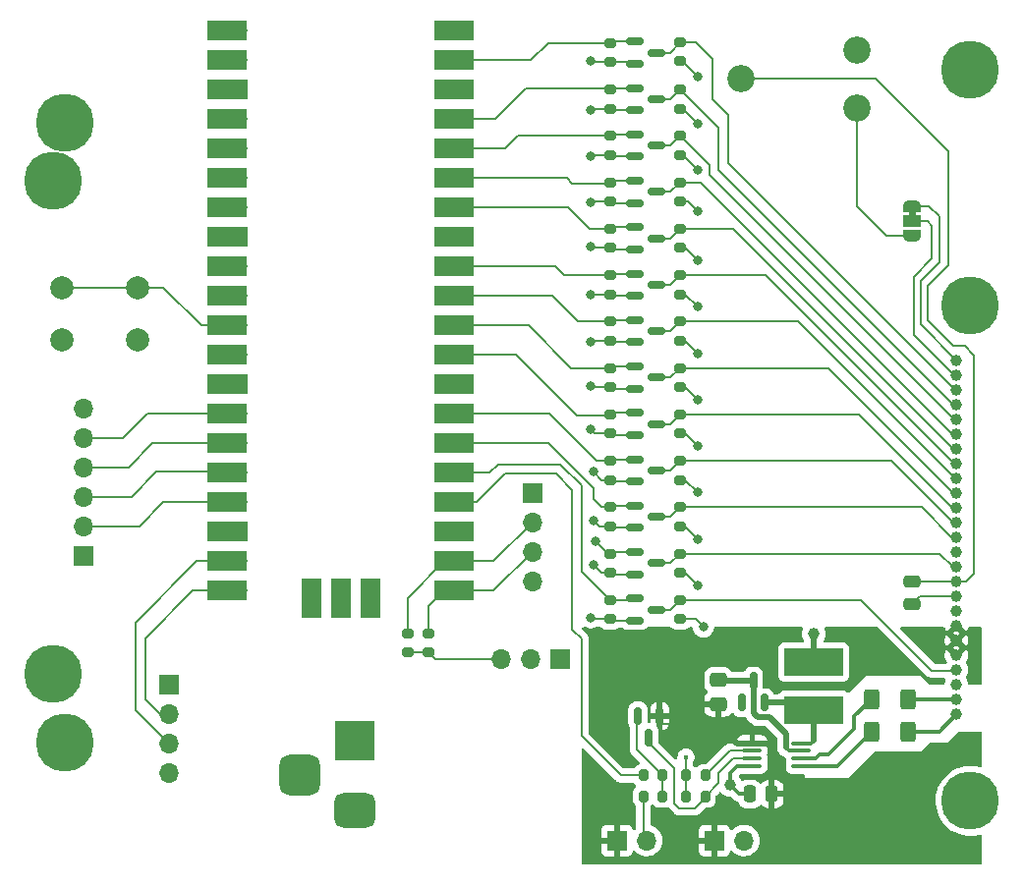
<source format=gbl>
%TF.GenerationSoftware,KiCad,Pcbnew,(6.0.7)*%
%TF.CreationDate,2023-01-31T21:17:35+00:00*%
%TF.ProjectId,dmf-5008-backpack,646d662d-3530-4303-982d-6261636b7061,rev?*%
%TF.SameCoordinates,Original*%
%TF.FileFunction,Copper,L4,Bot*%
%TF.FilePolarity,Positive*%
%FSLAX46Y46*%
G04 Gerber Fmt 4.6, Leading zero omitted, Abs format (unit mm)*
G04 Created by KiCad (PCBNEW (6.0.7)) date 2023-01-31 21:17:35*
%MOMM*%
%LPD*%
G01*
G04 APERTURE LIST*
G04 Aperture macros list*
%AMRoundRect*
0 Rectangle with rounded corners*
0 $1 Rounding radius*
0 $2 $3 $4 $5 $6 $7 $8 $9 X,Y pos of 4 corners*
0 Add a 4 corners polygon primitive as box body*
4,1,4,$2,$3,$4,$5,$6,$7,$8,$9,$2,$3,0*
0 Add four circle primitives for the rounded corners*
1,1,$1+$1,$2,$3*
1,1,$1+$1,$4,$5*
1,1,$1+$1,$6,$7*
1,1,$1+$1,$8,$9*
0 Add four rect primitives between the rounded corners*
20,1,$1+$1,$2,$3,$4,$5,0*
20,1,$1+$1,$4,$5,$6,$7,0*
20,1,$1+$1,$6,$7,$8,$9,0*
20,1,$1+$1,$8,$9,$2,$3,0*%
%AMFreePoly0*
4,1,22,0.550000,-0.750000,0.000000,-0.750000,0.000000,-0.745033,-0.079941,-0.743568,-0.215256,-0.701293,-0.333266,-0.622738,-0.424486,-0.514219,-0.481581,-0.384460,-0.499164,-0.250000,-0.500000,-0.250000,-0.500000,0.250000,-0.499164,0.250000,-0.499963,0.256109,-0.478152,0.396186,-0.417904,0.524511,-0.324060,0.630769,-0.204165,0.706417,-0.067858,0.745374,0.000000,0.744959,0.000000,0.750000,
0.550000,0.750000,0.550000,-0.750000,0.550000,-0.750000,$1*%
%AMFreePoly1*
4,1,20,0.000000,0.744959,0.073905,0.744508,0.209726,0.703889,0.328688,0.626782,0.421226,0.519385,0.479903,0.390333,0.500000,0.250000,0.500000,-0.250000,0.499851,-0.262216,0.476331,-0.402017,0.414519,-0.529596,0.319384,-0.634700,0.198574,-0.708877,0.061801,-0.746166,0.000000,-0.745033,0.000000,-0.750000,-0.550000,-0.750000,-0.550000,0.750000,0.000000,0.750000,0.000000,0.744959,
0.000000,0.744959,$1*%
G04 Aperture macros list end*
%TA.AperFunction,WasherPad*%
%ADD10C,5.000000*%
%TD*%
%TA.AperFunction,ComponentPad*%
%ADD11C,1.000000*%
%TD*%
%TA.AperFunction,SMDPad,CuDef*%
%ADD12RoundRect,0.150000X-0.587500X-0.150000X0.587500X-0.150000X0.587500X0.150000X-0.587500X0.150000X0*%
%TD*%
%TA.AperFunction,SMDPad,CuDef*%
%ADD13RoundRect,0.200000X0.275000X-0.200000X0.275000X0.200000X-0.275000X0.200000X-0.275000X-0.200000X0*%
%TD*%
%TA.AperFunction,SMDPad,CuDef*%
%ADD14RoundRect,0.150000X-0.150000X0.587500X-0.150000X-0.587500X0.150000X-0.587500X0.150000X0.587500X0*%
%TD*%
%TA.AperFunction,ComponentPad*%
%ADD15C,2.000000*%
%TD*%
%TA.AperFunction,SMDPad,CuDef*%
%ADD16RoundRect,0.200000X0.200000X0.275000X-0.200000X0.275000X-0.200000X-0.275000X0.200000X-0.275000X0*%
%TD*%
%TA.AperFunction,ComponentPad*%
%ADD17R,1.700000X1.700000*%
%TD*%
%TA.AperFunction,ComponentPad*%
%ADD18O,1.700000X1.700000*%
%TD*%
%TA.AperFunction,ComponentPad*%
%ADD19R,3.500000X3.500000*%
%TD*%
%TA.AperFunction,ComponentPad*%
%ADD20RoundRect,0.750000X1.000000X-0.750000X1.000000X0.750000X-1.000000X0.750000X-1.000000X-0.750000X0*%
%TD*%
%TA.AperFunction,ComponentPad*%
%ADD21RoundRect,0.875000X0.875000X-0.875000X0.875000X0.875000X-0.875000X0.875000X-0.875000X-0.875000X0*%
%TD*%
%TA.AperFunction,SMDPad,CuDef*%
%ADD22RoundRect,0.200000X-0.200000X-0.275000X0.200000X-0.275000X0.200000X0.275000X-0.200000X0.275000X0*%
%TD*%
%TA.AperFunction,SMDPad,CuDef*%
%ADD23RoundRect,0.250000X-0.250000X-0.475000X0.250000X-0.475000X0.250000X0.475000X-0.250000X0.475000X0*%
%TD*%
%TA.AperFunction,SMDPad,CuDef*%
%ADD24RoundRect,0.250000X-0.400000X-0.625000X0.400000X-0.625000X0.400000X0.625000X-0.400000X0.625000X0*%
%TD*%
%TA.AperFunction,SMDPad,CuDef*%
%ADD25RoundRect,0.250000X-0.475000X0.250000X-0.475000X-0.250000X0.475000X-0.250000X0.475000X0.250000X0*%
%TD*%
%TA.AperFunction,ComponentPad*%
%ADD26C,2.340000*%
%TD*%
%TA.AperFunction,SMDPad,CuDef*%
%ADD27RoundRect,0.250000X-0.475000X0.337500X-0.475000X-0.337500X0.475000X-0.337500X0.475000X0.337500X0*%
%TD*%
%TA.AperFunction,SMDPad,CuDef*%
%ADD28FreePoly0,270.000000*%
%TD*%
%TA.AperFunction,SMDPad,CuDef*%
%ADD29R,1.500000X1.000000*%
%TD*%
%TA.AperFunction,SMDPad,CuDef*%
%ADD30FreePoly1,270.000000*%
%TD*%
%TA.AperFunction,SMDPad,CuDef*%
%ADD31R,3.500000X1.700000*%
%TD*%
%TA.AperFunction,SMDPad,CuDef*%
%ADD32R,1.700000X3.500000*%
%TD*%
%TA.AperFunction,SMDPad,CuDef*%
%ADD33R,5.100000X2.350000*%
%TD*%
%TA.AperFunction,SMDPad,CuDef*%
%ADD34RoundRect,0.150000X0.150000X-0.587500X0.150000X0.587500X-0.150000X0.587500X-0.150000X-0.587500X0*%
%TD*%
%TA.AperFunction,SMDPad,CuDef*%
%ADD35RoundRect,0.100000X-0.712500X-0.100000X0.712500X-0.100000X0.712500X0.100000X-0.712500X0.100000X0*%
%TD*%
%TA.AperFunction,ViaPad*%
%ADD36C,0.450000*%
%TD*%
%TA.AperFunction,ViaPad*%
%ADD37C,1.000000*%
%TD*%
%TA.AperFunction,ViaPad*%
%ADD38C,0.800000*%
%TD*%
%TA.AperFunction,Conductor*%
%ADD39C,0.200000*%
%TD*%
%TA.AperFunction,Conductor*%
%ADD40C,0.500000*%
%TD*%
%TA.AperFunction,Conductor*%
%ADD41C,0.300000*%
%TD*%
G04 APERTURE END LIST*
G36*
X178800000Y-78600000D02*
G01*
X178200000Y-78600000D01*
X178200000Y-78100000D01*
X178800000Y-78100000D01*
X178800000Y-78600000D01*
G37*
D10*
X105500000Y-124000000D03*
X104500000Y-75500000D03*
X183500000Y-66000000D03*
X105500000Y-70500000D03*
X104500000Y-118000000D03*
X183500000Y-129000000D03*
X183500000Y-86250000D03*
D11*
X182300000Y-121500000D03*
X182300000Y-120230000D03*
X182300000Y-118960000D03*
X182300000Y-117690000D03*
X182300000Y-116420000D03*
X182300000Y-115150000D03*
X182300000Y-113880000D03*
X182300000Y-112610000D03*
X182300000Y-111340000D03*
X182300000Y-110070000D03*
X182300000Y-108800000D03*
X182300000Y-107530000D03*
X182300000Y-106260000D03*
X182300000Y-104990000D03*
X182300000Y-103720000D03*
X182300000Y-102450000D03*
X182300000Y-101180000D03*
X182300000Y-99910000D03*
X182300000Y-98640000D03*
X182300000Y-97370000D03*
X182300000Y-96100000D03*
X182300000Y-94830000D03*
X182300000Y-93560000D03*
X182300000Y-92290000D03*
X182300000Y-91020000D03*
D12*
X154562500Y-93450000D03*
X154562500Y-91550000D03*
X156437500Y-92500000D03*
D13*
X152450000Y-101325000D03*
X152450000Y-99675000D03*
D14*
X154850000Y-121662500D03*
X156750000Y-121662500D03*
X155800000Y-123537500D03*
D15*
X111750000Y-89250000D03*
X105250000Y-89250000D03*
X105250000Y-84750000D03*
X111750000Y-84750000D03*
D13*
X152450000Y-69325000D03*
X152450000Y-67675000D03*
X158500000Y-69325000D03*
X158500000Y-67675000D03*
X158500000Y-113325000D03*
X158500000Y-111675000D03*
D16*
X156975000Y-126800000D03*
X155325000Y-126800000D03*
D17*
X145750000Y-102420000D03*
D18*
X145750000Y-104960000D03*
X145750000Y-107500000D03*
X145750000Y-110040000D03*
D13*
X152450000Y-77325000D03*
X152450000Y-75675000D03*
D17*
X161460000Y-132400000D03*
D18*
X164000000Y-132400000D03*
D19*
X130442500Y-123800000D03*
D20*
X130442500Y-129800000D03*
D21*
X125742500Y-126800000D03*
D13*
X158500000Y-105325000D03*
X158500000Y-103675000D03*
X158500000Y-101325000D03*
X158500000Y-99675000D03*
X152450000Y-109325000D03*
X152450000Y-107675000D03*
D12*
X154562500Y-81450000D03*
X154562500Y-79550000D03*
X156437500Y-80500000D03*
D13*
X158500000Y-81325000D03*
X158500000Y-79675000D03*
D22*
X159000000Y-128600000D03*
X160650000Y-128600000D03*
D13*
X136800000Y-116200000D03*
X136800000Y-114550000D03*
D23*
X164500000Y-128400000D03*
X166400000Y-128400000D03*
D12*
X154562500Y-65450000D03*
X154562500Y-63550000D03*
X156437500Y-64500000D03*
D22*
X155325000Y-128600000D03*
X156975000Y-128600000D03*
D13*
X152450000Y-89325000D03*
X152450000Y-87675000D03*
D17*
X107100000Y-107850000D03*
D18*
X107100000Y-105310000D03*
X107100000Y-102770000D03*
X107100000Y-100230000D03*
X107100000Y-97690000D03*
X107100000Y-95150000D03*
D12*
X154562500Y-89450000D03*
X154562500Y-87550000D03*
X156437500Y-88500000D03*
D13*
X152450000Y-93325000D03*
X152450000Y-91675000D03*
D12*
X154562500Y-73450000D03*
X154562500Y-71550000D03*
X156437500Y-72500000D03*
D24*
X175000000Y-120200000D03*
X178100000Y-120200000D03*
X175000000Y-123000000D03*
X178100000Y-123000000D03*
D13*
X158500000Y-65250000D03*
X158500000Y-63600000D03*
X152450000Y-81325000D03*
X152450000Y-79675000D03*
X158500000Y-73325000D03*
X158500000Y-71675000D03*
D12*
X154562500Y-77450000D03*
X154562500Y-75550000D03*
X156437500Y-76500000D03*
X154562500Y-69450000D03*
X154562500Y-67550000D03*
X156437500Y-68500000D03*
D17*
X148200000Y-116800000D03*
D18*
X145660000Y-116800000D03*
X143120000Y-116800000D03*
D25*
X178500000Y-110100000D03*
X178500000Y-112000000D03*
D12*
X154562500Y-101450000D03*
X154562500Y-99550000D03*
X156437500Y-100500000D03*
D13*
X158500000Y-109325000D03*
X158500000Y-107675000D03*
X152450000Y-65300000D03*
X152450000Y-63650000D03*
D26*
X173750000Y-69250000D03*
X163750000Y-66750000D03*
X173750000Y-64250000D03*
D27*
X161800000Y-118562500D03*
X161800000Y-120637500D03*
D13*
X158500000Y-93325000D03*
X158500000Y-91675000D03*
D16*
X160650000Y-126800000D03*
X159000000Y-126800000D03*
D12*
X154562500Y-113450000D03*
X154562500Y-111550000D03*
X156437500Y-112500000D03*
D13*
X152450000Y-105325000D03*
X152450000Y-103675000D03*
X152450000Y-85325000D03*
X152450000Y-83675000D03*
X158500000Y-85325000D03*
X158500000Y-83675000D03*
D17*
X114500000Y-118960000D03*
D18*
X114500000Y-121500000D03*
X114500000Y-124040000D03*
X114500000Y-126580000D03*
D12*
X154562500Y-85450000D03*
X154562500Y-83550000D03*
X156437500Y-84500000D03*
X154562500Y-109450000D03*
X154562500Y-107550000D03*
X156437500Y-108500000D03*
D13*
X158500000Y-77325000D03*
X158500000Y-75675000D03*
D17*
X153060000Y-132400000D03*
D18*
X155600000Y-132400000D03*
D28*
X178500000Y-77700000D03*
D29*
X178500000Y-79000000D03*
D30*
X178500000Y-80300000D03*
D18*
X138140000Y-62620000D03*
D31*
X139040000Y-62620000D03*
X139040000Y-65160000D03*
D18*
X138140000Y-65160000D03*
D17*
X138140000Y-67700000D03*
D31*
X139040000Y-67700000D03*
D18*
X138140000Y-70240000D03*
D31*
X139040000Y-70240000D03*
X139040000Y-72780000D03*
D18*
X138140000Y-72780000D03*
X138140000Y-75320000D03*
D31*
X139040000Y-75320000D03*
D18*
X138140000Y-77860000D03*
D31*
X139040000Y-77860000D03*
X139040000Y-80400000D03*
D17*
X138140000Y-80400000D03*
D31*
X139040000Y-82940000D03*
D18*
X138140000Y-82940000D03*
D31*
X139040000Y-85480000D03*
D18*
X138140000Y-85480000D03*
X138140000Y-88020000D03*
D31*
X139040000Y-88020000D03*
X139040000Y-90560000D03*
D18*
X138140000Y-90560000D03*
D31*
X139040000Y-93100000D03*
D17*
X138140000Y-93100000D03*
D31*
X139040000Y-95640000D03*
D18*
X138140000Y-95640000D03*
D31*
X139040000Y-98180000D03*
D18*
X138140000Y-98180000D03*
D31*
X139040000Y-100720000D03*
D18*
X138140000Y-100720000D03*
X138140000Y-103260000D03*
D31*
X139040000Y-103260000D03*
D17*
X138140000Y-105800000D03*
D31*
X139040000Y-105800000D03*
X139040000Y-108340000D03*
D18*
X138140000Y-108340000D03*
D31*
X139040000Y-110880000D03*
D18*
X138140000Y-110880000D03*
X120360000Y-110880000D03*
D31*
X119460000Y-110880000D03*
D18*
X120360000Y-108340000D03*
D31*
X119460000Y-108340000D03*
D17*
X120360000Y-105800000D03*
D31*
X119460000Y-105800000D03*
X119460000Y-103260000D03*
D18*
X120360000Y-103260000D03*
D31*
X119460000Y-100720000D03*
D18*
X120360000Y-100720000D03*
D31*
X119460000Y-98180000D03*
D18*
X120360000Y-98180000D03*
D31*
X119460000Y-95640000D03*
D18*
X120360000Y-95640000D03*
D31*
X119460000Y-93100000D03*
D17*
X120360000Y-93100000D03*
D31*
X119460000Y-90560000D03*
D18*
X120360000Y-90560000D03*
D31*
X119460000Y-88020000D03*
D18*
X120360000Y-88020000D03*
D31*
X119460000Y-85480000D03*
D18*
X120360000Y-85480000D03*
D31*
X119460000Y-82940000D03*
D18*
X120360000Y-82940000D03*
D17*
X120360000Y-80400000D03*
D31*
X119460000Y-80400000D03*
D18*
X120360000Y-77860000D03*
D31*
X119460000Y-77860000D03*
D18*
X120360000Y-75320000D03*
D31*
X119460000Y-75320000D03*
D18*
X120360000Y-72780000D03*
D31*
X119460000Y-72780000D03*
X119460000Y-70240000D03*
D18*
X120360000Y-70240000D03*
D31*
X119460000Y-67700000D03*
D17*
X120360000Y-67700000D03*
D31*
X119460000Y-65160000D03*
D18*
X120360000Y-65160000D03*
D31*
X119460000Y-62620000D03*
D18*
X120360000Y-62620000D03*
X131790000Y-110650000D03*
D32*
X131790000Y-111550000D03*
D17*
X129250000Y-110650000D03*
D32*
X129250000Y-111550000D03*
D18*
X126710000Y-110650000D03*
D32*
X126710000Y-111550000D03*
D12*
X154562500Y-105450000D03*
X154562500Y-103550000D03*
X156437500Y-104500000D03*
D13*
X152450000Y-73325000D03*
X152450000Y-71675000D03*
X152450000Y-97325000D03*
X152450000Y-95675000D03*
D33*
X170000000Y-117000000D03*
X170000000Y-121150000D03*
D13*
X158500000Y-89325000D03*
X158500000Y-87675000D03*
D34*
X165750000Y-120537500D03*
X163850000Y-120537500D03*
X164800000Y-118662500D03*
D13*
X158500000Y-97325000D03*
X158500000Y-95675000D03*
X135000000Y-116200000D03*
X135000000Y-114550000D03*
D35*
X164687500Y-125975000D03*
X164687500Y-125325000D03*
X164687500Y-124675000D03*
X164687500Y-124025000D03*
X168912500Y-124025000D03*
X168912500Y-124675000D03*
X168912500Y-125325000D03*
X168912500Y-125975000D03*
D12*
X154562500Y-97450000D03*
X154562500Y-95550000D03*
X156437500Y-96500000D03*
D13*
X152450000Y-113325000D03*
X152450000Y-111675000D03*
D36*
X160000000Y-115000000D03*
X165000000Y-115000000D03*
X172500000Y-127500000D03*
D37*
X168200000Y-128400000D03*
D36*
X180000000Y-125000000D03*
X152500000Y-122500000D03*
X177500000Y-117500000D03*
X152500000Y-118000000D03*
X175000000Y-115000000D03*
D37*
X161800000Y-122400000D03*
D36*
X177500000Y-127500000D03*
X167000000Y-126000000D03*
X167500000Y-132500000D03*
X177500000Y-132500000D03*
X155000000Y-115000000D03*
X159000000Y-125200000D03*
D38*
X160000000Y-94400000D03*
D37*
X170000000Y-114600000D03*
D38*
X160000000Y-78200000D03*
X160000000Y-110400000D03*
X160000000Y-74600000D03*
X160000000Y-82400000D03*
X160500000Y-114000000D03*
X160000000Y-66600000D03*
X160000000Y-98400000D03*
X160000000Y-106400000D03*
X160000000Y-70600000D03*
X160000000Y-90400000D03*
X160000000Y-102400000D03*
D37*
X162800000Y-127600000D03*
D38*
X160000000Y-86400000D03*
X150800000Y-97000000D03*
X150800000Y-65200000D03*
X150800000Y-85400000D03*
X150800000Y-113200000D03*
X150800000Y-73400000D03*
X151000000Y-104800000D03*
X150800000Y-77400000D03*
X150800000Y-81200000D03*
X151000000Y-108600000D03*
X150800000Y-69400000D03*
X151000000Y-100600000D03*
X150800000Y-89400000D03*
X150800000Y-93200000D03*
X151200000Y-106600000D03*
D39*
X182000000Y-89800000D02*
X179800000Y-87600000D01*
X178530000Y-110070000D02*
X182300000Y-110070000D01*
X179800000Y-87600000D02*
X179800000Y-84600000D01*
X179800000Y-84600000D02*
X181600000Y-82800000D01*
X182300000Y-110070000D02*
X183130000Y-110070000D01*
X178500000Y-110100000D02*
X178530000Y-110070000D01*
X175350000Y-66750000D02*
X181600000Y-73000000D01*
X181600000Y-82800000D02*
X181600000Y-73000000D01*
X183000000Y-89800000D02*
X182000000Y-89800000D01*
X183800000Y-90600000D02*
X183000000Y-89800000D01*
X163750000Y-66750000D02*
X175350000Y-66750000D01*
X183800000Y-109400000D02*
X183800000Y-90600000D01*
X183130000Y-110070000D02*
X183800000Y-109400000D01*
D40*
X166175000Y-124025000D02*
X166200000Y-124000000D01*
D39*
X156800000Y-121712500D02*
X156800000Y-122200000D01*
X156750000Y-120250000D02*
X156500000Y-120000000D01*
X165000000Y-116250000D02*
X166250000Y-117500000D01*
X166250000Y-117500000D02*
X166250000Y-118750000D01*
X153500000Y-120000000D02*
X152500000Y-121000000D01*
X166000000Y-134000000D02*
X167500000Y-132500000D01*
D40*
X161800000Y-120637500D02*
X161800000Y-122400000D01*
D39*
X156500000Y-120000000D02*
X153500000Y-120000000D01*
X180800000Y-82600000D02*
X179200000Y-84200000D01*
X179900000Y-77700000D02*
X180800000Y-78600000D01*
X175000000Y-117250000D02*
X177250000Y-117250000D01*
D40*
X164687500Y-124025000D02*
X166175000Y-124025000D01*
X164687500Y-124025000D02*
X163425000Y-124025000D01*
D39*
X179200000Y-87920000D02*
X182300000Y-91020000D01*
D41*
X166200000Y-124000000D02*
X166200000Y-125200000D01*
D39*
X177500000Y-127500000D02*
X180000000Y-125000000D01*
D40*
X166400000Y-128400000D02*
X168200000Y-128400000D01*
D39*
X156750000Y-121662500D02*
X156750000Y-120250000D01*
X152500000Y-117500000D02*
X155000000Y-115000000D01*
X155000000Y-115000000D02*
X160000000Y-115000000D01*
X174000000Y-118250000D02*
X175000000Y-117250000D01*
X157000000Y-122400000D02*
X161800000Y-122400000D01*
X180800000Y-78600000D02*
X180800000Y-82600000D01*
X166500000Y-119000000D02*
X173250000Y-119000000D01*
X173250000Y-119000000D02*
X174000000Y-118250000D01*
X177500000Y-127500000D02*
X172500000Y-127500000D01*
X161460000Y-132400000D02*
X161460000Y-133860000D01*
X161600000Y-134000000D02*
X165400000Y-134000000D01*
X177500000Y-132500000D02*
X177500000Y-127500000D01*
X167500000Y-132500000D02*
X177500000Y-132500000D01*
X165000000Y-115000000D02*
X165000000Y-116250000D01*
X160000000Y-115000000D02*
X165000000Y-115000000D01*
D40*
X163425000Y-124025000D02*
X161800000Y-122400000D01*
D39*
X178500000Y-112000000D02*
X179160000Y-111340000D01*
X156750000Y-121662500D02*
X156800000Y-121712500D01*
X152500000Y-121000000D02*
X152500000Y-122500000D01*
X178500000Y-77700000D02*
X179900000Y-77700000D01*
D41*
X166200000Y-125200000D02*
X167000000Y-126000000D01*
D39*
X179160000Y-111340000D02*
X182300000Y-111340000D01*
X156800000Y-122200000D02*
X157000000Y-122400000D01*
X177250000Y-117250000D02*
X177500000Y-117500000D01*
X152500000Y-118000000D02*
X152500000Y-117500000D01*
X161460000Y-133860000D02*
X161600000Y-134000000D01*
X152500000Y-122500000D02*
X152500000Y-118000000D01*
X166250000Y-118750000D02*
X166500000Y-119000000D01*
X175000000Y-117250000D02*
X175000000Y-115000000D01*
X165400000Y-134000000D02*
X166000000Y-134000000D01*
X179200000Y-84200000D02*
X179200000Y-87920000D01*
X158925000Y-93325000D02*
X160000000Y-94400000D01*
X158500000Y-81325000D02*
X158925000Y-81325000D01*
X158725000Y-69325000D02*
X160000000Y-70600000D01*
X159000000Y-126800000D02*
X159000000Y-125200000D01*
X158500000Y-65250000D02*
X158650000Y-65250000D01*
X159825000Y-113325000D02*
X158500000Y-113325000D01*
X158650000Y-65250000D02*
X160000000Y-66600000D01*
X178500000Y-80300000D02*
X176300000Y-80300000D01*
X158500000Y-85325000D02*
X158925000Y-85325000D01*
X158500000Y-97325000D02*
X158925000Y-97325000D01*
X158925000Y-89325000D02*
X160000000Y-90400000D01*
X158500000Y-77325000D02*
X159125000Y-77325000D01*
X158925000Y-109325000D02*
X160000000Y-110400000D01*
X158925000Y-81325000D02*
X160000000Y-82400000D01*
D41*
X163000000Y-126400000D02*
X162800000Y-126600000D01*
D40*
X170000000Y-117000000D02*
X170000000Y-114600000D01*
D39*
X158925000Y-97325000D02*
X160000000Y-98400000D01*
X159000000Y-128600000D02*
X159000000Y-126800000D01*
X160500000Y-114000000D02*
X159825000Y-113325000D01*
X158500000Y-73325000D02*
X158725000Y-73325000D01*
D41*
X164687500Y-125975000D02*
X163425000Y-125975000D01*
D39*
X158500000Y-109325000D02*
X158925000Y-109325000D01*
X158500000Y-93325000D02*
X158925000Y-93325000D01*
X159125000Y-77325000D02*
X160000000Y-78200000D01*
X158500000Y-69325000D02*
X158725000Y-69325000D01*
X158500000Y-89325000D02*
X158925000Y-89325000D01*
D41*
X164500000Y-128400000D02*
X163600000Y-128400000D01*
D39*
X176300000Y-80300000D02*
X173750000Y-77750000D01*
X158925000Y-85325000D02*
X160000000Y-86400000D01*
D41*
X163600000Y-128400000D02*
X162800000Y-127600000D01*
X163425000Y-125975000D02*
X163000000Y-126400000D01*
D39*
X158925000Y-101325000D02*
X160000000Y-102400000D01*
D41*
X162800000Y-126600000D02*
X162800000Y-127600000D01*
D39*
X158925000Y-105325000D02*
X160000000Y-106400000D01*
X158500000Y-105325000D02*
X158925000Y-105325000D01*
X158725000Y-73325000D02*
X160000000Y-74600000D01*
X173750000Y-77750000D02*
X173750000Y-69250000D01*
X158500000Y-101325000D02*
X158925000Y-101325000D01*
D41*
X182300000Y-121500000D02*
X180800000Y-123000000D01*
X180800000Y-123000000D02*
X178100000Y-123000000D01*
X178130000Y-120230000D02*
X178100000Y-120200000D01*
X182300000Y-120230000D02*
X178130000Y-120230000D01*
D39*
X156437500Y-112500000D02*
X157675000Y-112500000D01*
X174075000Y-111675000D02*
X180200000Y-117800000D01*
X182190000Y-117800000D02*
X182300000Y-117690000D01*
X157675000Y-112500000D02*
X158500000Y-111675000D01*
X180200000Y-117800000D02*
X182190000Y-117800000D01*
X158500000Y-111675000D02*
X174075000Y-111675000D01*
X157675000Y-108500000D02*
X158500000Y-107675000D01*
X180875000Y-107675000D02*
X158500000Y-107675000D01*
X156437500Y-108500000D02*
X157675000Y-108500000D01*
X182000000Y-108800000D02*
X180875000Y-107675000D01*
X182300000Y-108800000D02*
X182000000Y-108800000D01*
X156437500Y-104500000D02*
X157675000Y-104500000D01*
X181860000Y-106260000D02*
X179275000Y-103675000D01*
X179275000Y-103675000D02*
X158500000Y-103675000D01*
X157675000Y-104500000D02*
X158500000Y-103675000D01*
X182300000Y-106260000D02*
X181860000Y-106260000D01*
X182300000Y-104990000D02*
X181990000Y-104990000D01*
X176675000Y-99675000D02*
X158500000Y-99675000D01*
X156437500Y-100500000D02*
X157675000Y-100500000D01*
X181990000Y-104990000D02*
X176675000Y-99675000D01*
X157675000Y-100500000D02*
X158500000Y-99675000D01*
X173875000Y-95675000D02*
X158500000Y-95675000D01*
X157675000Y-96500000D02*
X158500000Y-95675000D01*
X156437500Y-96500000D02*
X157675000Y-96500000D01*
X182300000Y-103720000D02*
X181920000Y-103720000D01*
X181920000Y-103720000D02*
X173875000Y-95675000D01*
X182050000Y-102450000D02*
X171275000Y-91675000D01*
X171275000Y-91675000D02*
X158500000Y-91675000D01*
X182300000Y-102450000D02*
X182050000Y-102450000D01*
X157675000Y-92500000D02*
X158500000Y-91675000D01*
X156437500Y-92500000D02*
X157675000Y-92500000D01*
X157675000Y-88500000D02*
X158500000Y-87675000D01*
X182180000Y-101180000D02*
X168675000Y-87675000D01*
X168675000Y-87675000D02*
X158500000Y-87675000D01*
X182300000Y-101180000D02*
X182180000Y-101180000D01*
X156437500Y-88500000D02*
X157675000Y-88500000D01*
X157675000Y-84500000D02*
X158500000Y-83675000D01*
X182300000Y-99910000D02*
X182110000Y-99910000D01*
X165875000Y-83675000D02*
X158500000Y-83675000D01*
X182110000Y-99910000D02*
X165875000Y-83675000D01*
X156437500Y-84500000D02*
X157675000Y-84500000D01*
X163075000Y-79675000D02*
X158500000Y-79675000D01*
X182300000Y-98640000D02*
X182040000Y-98640000D01*
X156437500Y-80500000D02*
X157675000Y-80500000D01*
X182040000Y-98640000D02*
X163075000Y-79675000D01*
X157675000Y-80500000D02*
X158500000Y-79675000D01*
X157675000Y-76500000D02*
X158500000Y-75675000D01*
X181970000Y-97370000D02*
X160275000Y-75675000D01*
X156437500Y-76500000D02*
X157675000Y-76500000D01*
X160275000Y-75675000D02*
X158500000Y-75675000D01*
X182300000Y-97370000D02*
X181970000Y-97370000D01*
X161000000Y-75000000D02*
X161000000Y-74175000D01*
X157675000Y-72500000D02*
X158500000Y-71675000D01*
X182300000Y-96100000D02*
X182100000Y-96100000D01*
X161000000Y-74175000D02*
X158500000Y-71675000D01*
X182100000Y-96100000D02*
X161000000Y-75000000D01*
X156437500Y-72500000D02*
X157675000Y-72500000D01*
X182030000Y-94830000D02*
X161800000Y-74600000D01*
X161800000Y-74600000D02*
X161800000Y-70975000D01*
X161800000Y-70975000D02*
X158500000Y-67675000D01*
X182300000Y-94830000D02*
X182030000Y-94830000D01*
X156437500Y-68500000D02*
X157675000Y-68500000D01*
X157675000Y-68500000D02*
X158500000Y-67675000D01*
X162600000Y-69850000D02*
X161250000Y-68500000D01*
X182300000Y-93560000D02*
X182160000Y-93560000D01*
X182160000Y-93560000D02*
X162600000Y-74000000D01*
X156437500Y-64500000D02*
X157600000Y-64500000D01*
X157600000Y-64500000D02*
X158500000Y-63600000D01*
X161250000Y-68500000D02*
X161250000Y-65000000D01*
X159850000Y-63600000D02*
X158500000Y-63600000D01*
X161250000Y-65000000D02*
X159850000Y-63600000D01*
X162600000Y-74000000D02*
X162600000Y-69850000D01*
X152450000Y-69325000D02*
X150875000Y-69325000D01*
X152450000Y-81325000D02*
X150925000Y-81325000D01*
X152575000Y-73450000D02*
X152450000Y-73325000D01*
X152575000Y-97450000D02*
X152450000Y-97325000D01*
X154562500Y-109450000D02*
X152575000Y-109450000D01*
X152575000Y-109450000D02*
X152450000Y-109325000D01*
X152450000Y-93325000D02*
X150925000Y-93325000D01*
X150875000Y-69325000D02*
X150800000Y-69400000D01*
X152575000Y-101450000D02*
X152450000Y-101325000D01*
X136800000Y-116200000D02*
X137400000Y-116800000D01*
X150925000Y-113325000D02*
X150800000Y-113200000D01*
X152450000Y-65300000D02*
X150900000Y-65300000D01*
X152575000Y-89450000D02*
X152450000Y-89325000D01*
X151125000Y-97325000D02*
X150800000Y-97000000D01*
X152450000Y-73325000D02*
X150875000Y-73325000D01*
X152575000Y-113450000D02*
X152450000Y-113325000D01*
X137400000Y-116800000D02*
X143120000Y-116800000D01*
X154562500Y-93450000D02*
X152575000Y-93450000D01*
X152450000Y-77325000D02*
X150875000Y-77325000D01*
X152450000Y-85325000D02*
X150875000Y-85325000D01*
X152575000Y-85450000D02*
X152450000Y-85325000D01*
X150875000Y-89325000D02*
X150800000Y-89400000D01*
X154562500Y-73450000D02*
X152575000Y-73450000D01*
X151525000Y-105325000D02*
X151000000Y-104800000D01*
X152450000Y-101325000D02*
X151725000Y-101325000D01*
X154562500Y-97450000D02*
X152575000Y-97450000D01*
X154562500Y-89450000D02*
X152575000Y-89450000D01*
X154562500Y-77450000D02*
X152575000Y-77450000D01*
X155325000Y-132125000D02*
X155325000Y-128600000D01*
X152575000Y-105450000D02*
X152450000Y-105325000D01*
X150925000Y-81325000D02*
X150800000Y-81200000D01*
X154562500Y-105450000D02*
X152575000Y-105450000D01*
X154562500Y-69450000D02*
X152575000Y-69450000D01*
X152450000Y-109325000D02*
X151725000Y-109325000D01*
X150875000Y-77325000D02*
X150800000Y-77400000D01*
X154562500Y-113450000D02*
X152575000Y-113450000D01*
X150875000Y-73325000D02*
X150800000Y-73400000D01*
X150925000Y-93325000D02*
X150800000Y-93200000D01*
X152575000Y-69450000D02*
X152450000Y-69325000D01*
X151725000Y-109325000D02*
X151000000Y-108600000D01*
X154562500Y-81450000D02*
X152575000Y-81450000D01*
X152575000Y-93450000D02*
X152450000Y-93325000D01*
X154562500Y-101450000D02*
X152575000Y-101450000D01*
X155600000Y-132400000D02*
X155325000Y-132125000D01*
X154562500Y-85450000D02*
X152575000Y-85450000D01*
X150875000Y-85325000D02*
X150800000Y-85400000D01*
X152450000Y-113325000D02*
X150925000Y-113325000D01*
X150900000Y-65300000D02*
X150800000Y-65200000D01*
X135000000Y-116200000D02*
X136800000Y-116200000D01*
X152575000Y-77450000D02*
X152450000Y-77325000D01*
X152575000Y-81450000D02*
X152450000Y-81325000D01*
X152450000Y-105325000D02*
X151525000Y-105325000D01*
X152450000Y-89325000D02*
X150875000Y-89325000D01*
X151725000Y-101325000D02*
X151000000Y-100600000D01*
X154412500Y-65300000D02*
X152450000Y-65300000D01*
X152450000Y-97325000D02*
X151125000Y-97325000D01*
X154562500Y-65450000D02*
X154412500Y-65300000D01*
X148200000Y-100000000D02*
X150000000Y-101800000D01*
X142800000Y-100000000D02*
X148200000Y-100000000D01*
X152450000Y-111675000D02*
X154437500Y-111675000D01*
X142080000Y-100720000D02*
X142800000Y-100000000D01*
X150000000Y-101800000D02*
X150000000Y-109225000D01*
X154437500Y-111675000D02*
X154562500Y-111550000D01*
X150000000Y-109225000D02*
X152450000Y-111675000D01*
X138140000Y-100720000D02*
X142080000Y-100720000D01*
X148475000Y-83675000D02*
X152450000Y-83675000D01*
X152575000Y-83550000D02*
X152450000Y-83675000D01*
X147740000Y-82940000D02*
X148475000Y-83675000D01*
X154562500Y-83550000D02*
X152575000Y-83550000D01*
X138140000Y-82940000D02*
X147740000Y-82940000D01*
X152575000Y-107550000D02*
X152450000Y-107675000D01*
X151200000Y-106600000D02*
X152275000Y-107675000D01*
X152275000Y-107675000D02*
X152450000Y-107675000D01*
X154562500Y-107550000D02*
X152575000Y-107550000D01*
X178500000Y-79000000D02*
X179800000Y-79000000D01*
X180200000Y-79400000D02*
X180200000Y-82200000D01*
X180200000Y-82200000D02*
X178600000Y-83800000D01*
X178600000Y-83800000D02*
X178600000Y-88800000D01*
X179800000Y-79000000D02*
X180200000Y-79400000D01*
X178600000Y-88800000D02*
X182090000Y-92290000D01*
X182090000Y-92290000D02*
X182300000Y-92290000D01*
X138140000Y-77860000D02*
X148860000Y-77860000D01*
X152575000Y-79550000D02*
X152450000Y-79675000D01*
X154562500Y-79550000D02*
X152575000Y-79550000D01*
X148860000Y-77860000D02*
X150675000Y-79675000D01*
X150675000Y-79675000D02*
X152450000Y-79675000D01*
X151000000Y-102000000D02*
X151000000Y-103000000D01*
X151675000Y-103675000D02*
X152450000Y-103675000D01*
X147180000Y-98180000D02*
X151000000Y-102000000D01*
X138140000Y-98180000D02*
X147180000Y-98180000D01*
X151000000Y-103000000D02*
X151675000Y-103675000D01*
X154562500Y-103550000D02*
X152575000Y-103550000D01*
X152575000Y-103550000D02*
X152450000Y-103675000D01*
X152575000Y-75550000D02*
X152450000Y-75675000D01*
X148720000Y-75320000D02*
X149200000Y-75800000D01*
X138140000Y-75320000D02*
X148720000Y-75320000D01*
X152325000Y-75800000D02*
X152450000Y-75675000D01*
X149200000Y-75800000D02*
X152325000Y-75800000D01*
X154562500Y-75550000D02*
X152575000Y-75550000D01*
X151275000Y-99675000D02*
X152450000Y-99675000D01*
X138140000Y-95640000D02*
X147240000Y-95640000D01*
X152575000Y-99550000D02*
X152450000Y-99675000D01*
X154562500Y-99550000D02*
X152575000Y-99550000D01*
X147240000Y-95640000D02*
X151275000Y-99675000D01*
X152575000Y-71550000D02*
X152450000Y-71675000D01*
X144525000Y-71675000D02*
X152450000Y-71675000D01*
X138140000Y-72780000D02*
X143420000Y-72780000D01*
X154562500Y-71550000D02*
X152575000Y-71550000D01*
X143420000Y-72780000D02*
X144525000Y-71675000D01*
X152325000Y-95800000D02*
X152450000Y-95675000D01*
X152575000Y-95550000D02*
X152450000Y-95675000D01*
X144360000Y-90560000D02*
X149600000Y-95800000D01*
X149600000Y-95800000D02*
X152325000Y-95800000D01*
X154562500Y-95550000D02*
X152575000Y-95550000D01*
X138140000Y-90560000D02*
X144360000Y-90560000D01*
X145200000Y-67600000D02*
X152375000Y-67600000D01*
X152375000Y-67600000D02*
X152450000Y-67675000D01*
X138140000Y-70240000D02*
X142560000Y-70240000D01*
X142560000Y-70240000D02*
X145200000Y-67600000D01*
X154562500Y-67550000D02*
X152575000Y-67550000D01*
X152575000Y-67550000D02*
X152450000Y-67675000D01*
X152575000Y-91550000D02*
X152450000Y-91675000D01*
X149075000Y-91675000D02*
X152450000Y-91675000D01*
X154562500Y-91550000D02*
X152575000Y-91550000D01*
X145420000Y-88020000D02*
X149075000Y-91675000D01*
X138140000Y-88020000D02*
X145420000Y-88020000D01*
X154562500Y-63550000D02*
X152550000Y-63550000D01*
X145640000Y-65160000D02*
X147150000Y-63650000D01*
X152550000Y-63550000D02*
X152450000Y-63650000D01*
X138140000Y-65160000D02*
X145640000Y-65160000D01*
X147150000Y-63650000D02*
X152450000Y-63650000D01*
X147480000Y-85480000D02*
X149675000Y-87675000D01*
X152575000Y-87550000D02*
X152450000Y-87675000D01*
X154562500Y-87550000D02*
X152575000Y-87550000D01*
X138140000Y-85480000D02*
X147480000Y-85480000D01*
X149675000Y-87675000D02*
X152450000Y-87675000D01*
X164687500Y-124675000D02*
X162775000Y-124675000D01*
X162775000Y-124675000D02*
X160650000Y-126800000D01*
X142370000Y-108340000D02*
X145750000Y-104960000D01*
X135000000Y-111480000D02*
X138140000Y-108340000D01*
X135000000Y-114550000D02*
X135000000Y-111480000D01*
X138140000Y-108340000D02*
X142370000Y-108340000D01*
X136800000Y-112220000D02*
X138140000Y-110880000D01*
X142370000Y-110880000D02*
X145750000Y-107500000D01*
X136800000Y-114550000D02*
X136800000Y-112220000D01*
X138140000Y-110880000D02*
X142370000Y-110880000D01*
X112400000Y-115000000D02*
X116520000Y-110880000D01*
X113700000Y-121500000D02*
X112400000Y-120200000D01*
X114500000Y-121500000D02*
X113700000Y-121500000D01*
X116520000Y-110880000D02*
X120360000Y-110880000D01*
X112400000Y-120200000D02*
X112400000Y-115000000D01*
X116860000Y-108340000D02*
X120360000Y-108340000D01*
X111600000Y-113600000D02*
X116860000Y-108340000D01*
X111600000Y-121140000D02*
X111600000Y-113600000D01*
X114500000Y-124040000D02*
X111600000Y-121140000D01*
X113940000Y-103260000D02*
X120360000Y-103260000D01*
X107100000Y-105310000D02*
X111890000Y-105310000D01*
X111890000Y-105310000D02*
X113940000Y-103260000D01*
X120240000Y-100600000D02*
X120360000Y-100720000D01*
X113400000Y-100600000D02*
X120240000Y-100600000D01*
X107100000Y-102770000D02*
X111230000Y-102770000D01*
X111230000Y-102770000D02*
X113400000Y-100600000D01*
X110970000Y-100230000D02*
X113020000Y-98180000D01*
X113020000Y-98180000D02*
X120360000Y-98180000D01*
X107100000Y-100230000D02*
X110970000Y-100230000D01*
X110510000Y-97690000D02*
X112560000Y-95640000D01*
X112560000Y-95640000D02*
X120360000Y-95640000D01*
X107100000Y-97690000D02*
X110510000Y-97690000D01*
X120360000Y-88020000D02*
X117220000Y-88020000D01*
X117220000Y-88020000D02*
X113950000Y-84750000D01*
X113950000Y-84750000D02*
X111750000Y-84750000D01*
X105250000Y-84750000D02*
X111750000Y-84750000D01*
X147800000Y-100800000D02*
X143400000Y-100800000D01*
X140940000Y-103260000D02*
X138140000Y-103260000D01*
X150000000Y-123400000D02*
X150000000Y-115000000D01*
X153400000Y-126800000D02*
X150000000Y-123400000D01*
X155325000Y-126800000D02*
X153400000Y-126800000D01*
X149200000Y-102200000D02*
X147800000Y-100800000D01*
X143400000Y-100800000D02*
X140940000Y-103260000D01*
X149200000Y-114200000D02*
X149200000Y-102200000D01*
X150000000Y-115000000D02*
X149200000Y-114200000D01*
D40*
X161900000Y-118662500D02*
X161800000Y-118562500D01*
X167600000Y-124400000D02*
X167600000Y-123200000D01*
X167600000Y-123200000D02*
X166200000Y-121800000D01*
D41*
X167600000Y-124400000D02*
X167875000Y-124675000D01*
X167875000Y-124675000D02*
X168912500Y-124675000D01*
D40*
X164800000Y-118662500D02*
X161900000Y-118662500D01*
X166200000Y-121800000D02*
X165200000Y-121800000D01*
X164800000Y-121400000D02*
X164800000Y-118662500D01*
X165200000Y-121800000D02*
X164800000Y-121400000D01*
X165750000Y-120537500D02*
X169387500Y-120537500D01*
D41*
X169775000Y-124025000D02*
X170000000Y-123800000D01*
X168912500Y-124025000D02*
X169775000Y-124025000D01*
D40*
X170000000Y-121150000D02*
X170000000Y-123800000D01*
X169387500Y-120537500D02*
X170000000Y-121150000D01*
D39*
X156975000Y-128600000D02*
X156975000Y-126800000D01*
X154800000Y-124600000D02*
X154800000Y-121712500D01*
X156975000Y-126775000D02*
X154800000Y-124600000D01*
X154800000Y-121712500D02*
X154850000Y-121662500D01*
X156975000Y-126800000D02*
X156975000Y-126775000D01*
D41*
X168912500Y-125975000D02*
X172025000Y-125975000D01*
X172025000Y-125975000D02*
X175000000Y-123000000D01*
X173500000Y-121700000D02*
X173500000Y-122750000D01*
X170500000Y-125000000D02*
X170175000Y-125325000D01*
X171250000Y-125000000D02*
X170500000Y-125000000D01*
X170175000Y-125325000D02*
X168912500Y-125325000D01*
X175000000Y-120200000D02*
X173500000Y-121700000D01*
X173500000Y-122750000D02*
X171250000Y-125000000D01*
D39*
X161800000Y-126600000D02*
X161800000Y-127450000D01*
X160650000Y-128600000D02*
X160650000Y-128750000D01*
X163075000Y-125325000D02*
X161800000Y-126600000D01*
X159800000Y-129600000D02*
X158400000Y-129600000D01*
X161800000Y-127450000D02*
X160650000Y-128600000D01*
X158000000Y-126200000D02*
X155800000Y-124000000D01*
X164687500Y-125325000D02*
X163075000Y-125325000D01*
X158400000Y-129600000D02*
X158000000Y-129200000D01*
X158000000Y-129200000D02*
X158000000Y-126200000D01*
X155800000Y-124000000D02*
X155800000Y-123537500D01*
X160650000Y-128750000D02*
X159800000Y-129600000D01*
%TA.AperFunction,Conductor*%
G36*
X150387663Y-114010893D02*
G01*
X150511676Y-114066107D01*
X150511679Y-114066108D01*
X150517712Y-114068794D01*
X150559340Y-114077642D01*
X150698056Y-114107128D01*
X150698061Y-114107128D01*
X150704513Y-114108500D01*
X150895487Y-114108500D01*
X150901939Y-114107128D01*
X150901944Y-114107128D01*
X151040660Y-114077642D01*
X151082288Y-114068794D01*
X151088321Y-114066108D01*
X151088324Y-114066107D01*
X151212337Y-114010893D01*
X151263585Y-114000000D01*
X151595790Y-114000000D01*
X151663911Y-114020002D01*
X151684885Y-114036905D01*
X151734619Y-114086639D01*
X151881301Y-114175472D01*
X151888548Y-114177743D01*
X151888550Y-114177744D01*
X151927430Y-114189928D01*
X152044938Y-114226753D01*
X152118365Y-114233500D01*
X152121263Y-114233500D01*
X152450860Y-114233499D01*
X152781634Y-114233499D01*
X152784492Y-114233236D01*
X152784501Y-114233236D01*
X152820004Y-114229974D01*
X152855062Y-114226753D01*
X152896296Y-114213831D01*
X153011450Y-114177744D01*
X153011452Y-114177743D01*
X153018699Y-114175472D01*
X153129284Y-114108500D01*
X153158879Y-114090577D01*
X153158881Y-114090576D01*
X153165381Y-114086639D01*
X153167419Y-114084601D01*
X153231499Y-114059054D01*
X153243297Y-114058500D01*
X153450050Y-114058500D01*
X153518171Y-114078502D01*
X153539145Y-114095405D01*
X153568193Y-114124453D01*
X153575017Y-114128489D01*
X153575020Y-114128491D01*
X153670829Y-114185152D01*
X153711399Y-114209145D01*
X153719010Y-114211356D01*
X153719012Y-114211357D01*
X153765119Y-114224752D01*
X153871169Y-114255562D01*
X153877574Y-114256066D01*
X153877579Y-114256067D01*
X153906042Y-114258307D01*
X153906050Y-114258307D01*
X153908498Y-114258500D01*
X155216502Y-114258500D01*
X155218950Y-114258307D01*
X155218958Y-114258307D01*
X155247421Y-114256067D01*
X155247426Y-114256066D01*
X155253831Y-114255562D01*
X155359881Y-114224752D01*
X155405988Y-114211357D01*
X155405990Y-114211356D01*
X155413601Y-114209145D01*
X155454171Y-114185152D01*
X155549980Y-114128491D01*
X155549983Y-114128489D01*
X155556807Y-114124453D01*
X155644355Y-114036905D01*
X155706667Y-114002879D01*
X155733450Y-114000000D01*
X157645790Y-114000000D01*
X157713911Y-114020002D01*
X157734885Y-114036905D01*
X157784619Y-114086639D01*
X157931301Y-114175472D01*
X157938548Y-114177743D01*
X157938550Y-114177744D01*
X157977430Y-114189928D01*
X158094938Y-114226753D01*
X158168365Y-114233500D01*
X158171263Y-114233500D01*
X158500860Y-114233499D01*
X158831634Y-114233499D01*
X158834492Y-114233236D01*
X158834501Y-114233236D01*
X158870004Y-114229974D01*
X158905062Y-114226753D01*
X158946296Y-114213831D01*
X159061450Y-114177744D01*
X159061452Y-114177743D01*
X159068699Y-114175472D01*
X159215381Y-114086639D01*
X159265115Y-114036905D01*
X159327427Y-114002879D01*
X159354210Y-114000000D01*
X159473045Y-114000000D01*
X159541166Y-114020002D01*
X159587659Y-114073658D01*
X159598355Y-114112829D01*
X159599739Y-114126000D01*
X159604939Y-114175472D01*
X159606458Y-114189928D01*
X159665473Y-114371556D01*
X159668776Y-114377278D01*
X159668777Y-114377279D01*
X159683724Y-114403167D01*
X159760960Y-114536944D01*
X159765378Y-114541851D01*
X159765379Y-114541852D01*
X159863074Y-114650353D01*
X159888747Y-114678866D01*
X159980579Y-114745586D01*
X160031984Y-114782934D01*
X160043248Y-114791118D01*
X160049276Y-114793802D01*
X160049278Y-114793803D01*
X160211681Y-114866109D01*
X160217712Y-114868794D01*
X160311112Y-114888647D01*
X160398056Y-114907128D01*
X160398061Y-114907128D01*
X160404513Y-114908500D01*
X160595487Y-114908500D01*
X160601939Y-114907128D01*
X160601944Y-114907128D01*
X160688888Y-114888647D01*
X160782288Y-114868794D01*
X160788319Y-114866109D01*
X160950722Y-114793803D01*
X160950724Y-114793802D01*
X160956752Y-114791118D01*
X160968017Y-114782934D01*
X161019421Y-114745586D01*
X161111253Y-114678866D01*
X161136926Y-114650353D01*
X161234621Y-114541852D01*
X161234622Y-114541851D01*
X161239040Y-114536944D01*
X161316276Y-114403167D01*
X161331223Y-114377279D01*
X161331224Y-114377278D01*
X161334527Y-114371556D01*
X161393542Y-114189928D01*
X161395062Y-114175472D01*
X161400261Y-114126000D01*
X161401645Y-114112829D01*
X161428658Y-114047173D01*
X161486879Y-114006543D01*
X161526955Y-114000000D01*
X168965896Y-114000000D01*
X169034017Y-114020002D01*
X169080510Y-114073658D01*
X169090614Y-114143932D01*
X169076310Y-114186702D01*
X169071534Y-114195389D01*
X169071532Y-114195394D01*
X169068567Y-114200787D01*
X169066706Y-114206654D01*
X169066705Y-114206656D01*
X169050309Y-114258342D01*
X169008765Y-114389306D01*
X168986719Y-114585851D01*
X168987235Y-114591995D01*
X169002176Y-114769924D01*
X169003268Y-114782934D01*
X169004967Y-114788858D01*
X169039274Y-114908500D01*
X169057783Y-114973050D01*
X169060602Y-114978535D01*
X169139938Y-115132905D01*
X169153286Y-115202636D01*
X169126816Y-115268513D01*
X169068932Y-115309622D01*
X169027872Y-115316500D01*
X167401866Y-115316500D01*
X167339684Y-115323255D01*
X167203295Y-115374385D01*
X167086739Y-115461739D01*
X166999385Y-115578295D01*
X166948255Y-115714684D01*
X166941500Y-115776866D01*
X166941500Y-118223134D01*
X166948255Y-118285316D01*
X166999385Y-118421705D01*
X167086739Y-118538261D01*
X167203295Y-118625615D01*
X167339684Y-118676745D01*
X167401866Y-118683500D01*
X172598134Y-118683500D01*
X172660316Y-118676745D01*
X172796705Y-118625615D01*
X172913261Y-118538261D01*
X173000615Y-118421705D01*
X173051745Y-118285316D01*
X173058500Y-118223134D01*
X173058500Y-115776866D01*
X173051745Y-115714684D01*
X173000615Y-115578295D01*
X172913261Y-115461739D01*
X172796705Y-115374385D01*
X172660316Y-115323255D01*
X172598134Y-115316500D01*
X170969380Y-115316500D01*
X170901259Y-115296498D01*
X170854766Y-115242842D01*
X170844662Y-115172568D01*
X170859824Y-115128263D01*
X170905342Y-115048136D01*
X170925769Y-115012179D01*
X170988197Y-114824513D01*
X171012985Y-114628295D01*
X171013380Y-114600000D01*
X170994080Y-114403167D01*
X170988737Y-114385468D01*
X170950402Y-114258500D01*
X170936916Y-114213831D01*
X170934024Y-114208392D01*
X170934022Y-114208387D01*
X170921668Y-114185152D01*
X170907349Y-114115615D01*
X170932897Y-114049374D01*
X170990203Y-114007462D01*
X171032920Y-114000000D01*
X175487261Y-114000000D01*
X175555382Y-114020002D01*
X175576356Y-114036905D01*
X179735685Y-118196234D01*
X179746552Y-118208625D01*
X179766013Y-118233987D01*
X179772563Y-118239013D01*
X179797925Y-118258474D01*
X179797928Y-118258477D01*
X179842548Y-118292715D01*
X179893124Y-118331524D01*
X180041149Y-118392838D01*
X180049332Y-118393915D01*
X180049335Y-118393916D01*
X180049548Y-118393944D01*
X180049619Y-118393953D01*
X180086451Y-118398802D01*
X180160113Y-118408500D01*
X180160126Y-118408501D01*
X180191811Y-118412672D01*
X180200000Y-118413750D01*
X180231693Y-118409578D01*
X180248136Y-118408500D01*
X181244718Y-118408500D01*
X181312839Y-118428502D01*
X181359332Y-118482158D01*
X181369436Y-118552432D01*
X181364820Y-118572599D01*
X181308765Y-118749306D01*
X181294778Y-118874000D01*
X181293203Y-118888045D01*
X181265732Y-118953512D01*
X181207228Y-118993734D01*
X181167988Y-119000000D01*
X180052190Y-119000000D01*
X179984069Y-118979998D01*
X179963095Y-118963095D01*
X179250000Y-118250000D01*
X174500000Y-118250000D01*
X173112413Y-119637587D01*
X173050101Y-119671613D01*
X172979286Y-119666548D01*
X172922491Y-119624054D01*
X172913261Y-119611739D01*
X172796705Y-119524385D01*
X172660316Y-119473255D01*
X172598134Y-119466500D01*
X167401866Y-119466500D01*
X167339684Y-119473255D01*
X167203295Y-119524385D01*
X167086739Y-119611739D01*
X166999385Y-119728295D01*
X166996381Y-119726044D01*
X166958617Y-119763685D01*
X166898411Y-119779000D01*
X166630652Y-119779000D01*
X166562531Y-119758998D01*
X166516038Y-119705342D01*
X166514529Y-119701279D01*
X166514506Y-119701289D01*
X166511357Y-119694012D01*
X166509145Y-119686399D01*
X166472274Y-119624053D01*
X166428491Y-119550020D01*
X166428489Y-119550017D01*
X166424453Y-119543193D01*
X166306807Y-119425547D01*
X166299983Y-119421511D01*
X166299980Y-119421509D01*
X166170427Y-119344892D01*
X166170428Y-119344892D01*
X166163601Y-119340855D01*
X166155990Y-119338644D01*
X166155988Y-119338643D01*
X166103769Y-119323472D01*
X166003831Y-119294438D01*
X165997426Y-119293934D01*
X165997421Y-119293933D01*
X165968958Y-119291693D01*
X165968950Y-119291693D01*
X165966502Y-119291500D01*
X165734500Y-119291500D01*
X165666379Y-119271498D01*
X165619886Y-119217842D01*
X165608500Y-119165500D01*
X165608500Y-118008498D01*
X165605562Y-117971169D01*
X165576528Y-117871231D01*
X165561357Y-117819012D01*
X165561356Y-117819010D01*
X165559145Y-117811399D01*
X165527522Y-117757928D01*
X165478491Y-117675020D01*
X165478489Y-117675017D01*
X165474453Y-117668193D01*
X165356807Y-117550547D01*
X165349983Y-117546511D01*
X165349980Y-117546509D01*
X165220427Y-117469892D01*
X165220428Y-117469892D01*
X165213601Y-117465855D01*
X165205990Y-117463644D01*
X165205988Y-117463643D01*
X165153769Y-117448472D01*
X165053831Y-117419438D01*
X165047426Y-117418934D01*
X165047421Y-117418933D01*
X165018958Y-117416693D01*
X165018950Y-117416693D01*
X165016502Y-117416500D01*
X164583498Y-117416500D01*
X164581050Y-117416693D01*
X164581042Y-117416693D01*
X164552579Y-117418933D01*
X164552574Y-117418934D01*
X164546169Y-117419438D01*
X164446231Y-117448472D01*
X164394012Y-117463643D01*
X164394010Y-117463644D01*
X164386399Y-117465855D01*
X164379572Y-117469892D01*
X164379573Y-117469892D01*
X164250020Y-117546509D01*
X164250017Y-117546511D01*
X164243193Y-117550547D01*
X164125547Y-117668193D01*
X164121511Y-117675017D01*
X164121509Y-117675020D01*
X164072478Y-117757928D01*
X164040855Y-117811399D01*
X164038643Y-117819012D01*
X164035494Y-117826289D01*
X164032726Y-117825091D01*
X164002111Y-117873007D01*
X163937609Y-117902670D01*
X163919348Y-117904000D01*
X163038575Y-117904000D01*
X162970454Y-117883998D01*
X162931431Y-117844303D01*
X162915781Y-117819012D01*
X162873478Y-117750652D01*
X162748303Y-117625695D01*
X162742072Y-117621854D01*
X162603968Y-117536725D01*
X162603966Y-117536724D01*
X162597738Y-117532885D01*
X162496485Y-117499301D01*
X162436389Y-117479368D01*
X162436387Y-117479368D01*
X162429861Y-117477203D01*
X162423025Y-117476503D01*
X162423022Y-117476502D01*
X162379969Y-117472091D01*
X162325400Y-117466500D01*
X161274600Y-117466500D01*
X161271354Y-117466837D01*
X161271350Y-117466837D01*
X161175692Y-117476762D01*
X161175688Y-117476763D01*
X161168834Y-117477474D01*
X161162298Y-117479655D01*
X161162296Y-117479655D01*
X161030194Y-117523728D01*
X161001054Y-117533450D01*
X160850652Y-117626522D01*
X160725695Y-117751697D01*
X160721855Y-117757927D01*
X160721854Y-117757928D01*
X160668612Y-117844303D01*
X160632885Y-117902262D01*
X160577203Y-118070139D01*
X160566500Y-118174600D01*
X160566500Y-118950400D01*
X160577474Y-119056166D01*
X160633450Y-119223946D01*
X160726522Y-119374348D01*
X160851697Y-119499305D01*
X160856235Y-119502102D01*
X160896824Y-119559353D01*
X160900054Y-119630276D01*
X160864428Y-119691687D01*
X160855932Y-119699062D01*
X160845793Y-119707098D01*
X160731261Y-119821829D01*
X160722249Y-119833240D01*
X160637184Y-119971243D01*
X160631037Y-119984424D01*
X160579862Y-120138710D01*
X160576995Y-120152086D01*
X160567328Y-120246438D01*
X160567000Y-120252855D01*
X160567000Y-120365385D01*
X160571475Y-120380624D01*
X160572865Y-120381829D01*
X160580548Y-120383500D01*
X161928000Y-120383500D01*
X161996121Y-120403502D01*
X162042614Y-120457158D01*
X162054000Y-120509500D01*
X162054000Y-121714884D01*
X162058475Y-121730123D01*
X162059865Y-121731328D01*
X162067548Y-121732999D01*
X162322095Y-121732999D01*
X162328614Y-121732662D01*
X162424206Y-121722743D01*
X162437600Y-121719851D01*
X162591784Y-121668412D01*
X162604962Y-121662239D01*
X162742807Y-121576937D01*
X162754208Y-121567901D01*
X162868739Y-121453171D01*
X162877753Y-121441757D01*
X162893062Y-121416922D01*
X162945834Y-121369429D01*
X163015906Y-121358007D01*
X163081030Y-121386281D01*
X163108771Y-121418895D01*
X163175547Y-121531807D01*
X163293193Y-121649453D01*
X163300017Y-121653489D01*
X163300020Y-121653491D01*
X163407589Y-121717107D01*
X163436399Y-121734145D01*
X163444010Y-121736356D01*
X163444012Y-121736357D01*
X163496231Y-121751528D01*
X163596169Y-121780562D01*
X163602574Y-121781066D01*
X163602579Y-121781067D01*
X163631042Y-121783307D01*
X163631050Y-121783307D01*
X163633498Y-121783500D01*
X164066502Y-121783500D01*
X164068965Y-121783306D01*
X164069402Y-121783289D01*
X164138255Y-121800603D01*
X164182064Y-121843826D01*
X164197405Y-121869107D01*
X164201121Y-121873315D01*
X164201122Y-121873316D01*
X164204803Y-121877484D01*
X164204776Y-121877508D01*
X164207429Y-121880500D01*
X164210132Y-121883733D01*
X164214144Y-121889852D01*
X164219456Y-121894884D01*
X164270383Y-121943128D01*
X164272825Y-121945506D01*
X164616230Y-122288911D01*
X164628616Y-122303323D01*
X164637149Y-122314918D01*
X164637154Y-122314923D01*
X164641492Y-122320818D01*
X164647070Y-122325557D01*
X164647073Y-122325560D01*
X164681768Y-122355035D01*
X164689284Y-122361965D01*
X164694979Y-122367660D01*
X164697861Y-122369940D01*
X164717251Y-122385281D01*
X164720655Y-122388072D01*
X164764766Y-122425547D01*
X164776285Y-122435333D01*
X164782801Y-122438661D01*
X164787850Y-122442028D01*
X164792979Y-122445195D01*
X164798716Y-122449734D01*
X164864875Y-122480655D01*
X164868769Y-122482558D01*
X164933808Y-122515769D01*
X164940916Y-122517508D01*
X164946559Y-122519607D01*
X164952322Y-122521524D01*
X164958950Y-122524622D01*
X164966112Y-122526112D01*
X164966113Y-122526112D01*
X165030412Y-122539486D01*
X165034696Y-122540456D01*
X165105610Y-122557808D01*
X165111212Y-122558156D01*
X165111215Y-122558156D01*
X165116764Y-122558500D01*
X165116762Y-122558536D01*
X165120755Y-122558775D01*
X165124947Y-122559149D01*
X165132115Y-122560640D01*
X165209520Y-122558546D01*
X165212928Y-122558500D01*
X165833629Y-122558500D01*
X165901750Y-122578502D01*
X165922724Y-122595405D01*
X166804595Y-123477276D01*
X166838621Y-123539588D01*
X166841500Y-123566371D01*
X166841500Y-124444293D01*
X166845820Y-124481348D01*
X166855959Y-124568310D01*
X166856818Y-124575681D01*
X166859313Y-124582556D01*
X166859314Y-124582558D01*
X166880121Y-124639880D01*
X166917167Y-124741937D01*
X166921178Y-124748054D01*
X166921179Y-124748057D01*
X167006651Y-124878423D01*
X167014144Y-124889852D01*
X167142547Y-125011490D01*
X167197596Y-125043465D01*
X167289159Y-125096649D01*
X167289161Y-125096650D01*
X167295490Y-125100326D01*
X167302492Y-125102447D01*
X167302502Y-125102451D01*
X167370799Y-125123136D01*
X167423371Y-125154631D01*
X167438667Y-125169927D01*
X167442170Y-125172644D01*
X167451195Y-125180352D01*
X167484867Y-125211972D01*
X167491818Y-125215793D01*
X167491819Y-125215794D01*
X167503658Y-125222303D01*
X167520182Y-125233157D01*
X167537130Y-125246303D01*
X167536097Y-125247635D01*
X167578093Y-125292613D01*
X167591500Y-125349171D01*
X167591501Y-125411030D01*
X167591501Y-125464884D01*
X167592039Y-125468969D01*
X167592039Y-125468973D01*
X167601819Y-125543265D01*
X167607162Y-125583850D01*
X167614589Y-125601780D01*
X167622179Y-125672370D01*
X167614589Y-125698220D01*
X167610322Y-125708520D01*
X167610321Y-125708523D01*
X167607162Y-125716150D01*
X167591500Y-125835115D01*
X167591501Y-126114884D01*
X167592039Y-126118969D01*
X167592039Y-126118973D01*
X167604201Y-126211356D01*
X167607162Y-126233850D01*
X167668476Y-126381876D01*
X167673502Y-126388426D01*
X167760985Y-126502434D01*
X167766013Y-126508987D01*
X167772563Y-126514013D01*
X167772566Y-126514016D01*
X167814000Y-126545809D01*
X167893125Y-126606524D01*
X168041150Y-126667838D01*
X168049338Y-126668916D01*
X168156021Y-126682961D01*
X168160115Y-126683500D01*
X168194640Y-126683500D01*
X169124000Y-126683499D01*
X169192121Y-126703501D01*
X169238614Y-126757157D01*
X169250000Y-126809499D01*
X169250000Y-127000000D01*
X173000000Y-127000000D01*
X175213095Y-124786905D01*
X175275407Y-124752879D01*
X175302190Y-124750000D01*
X179250000Y-124750000D01*
X179963095Y-124036905D01*
X180025407Y-124002879D01*
X180052190Y-124000000D01*
X181500000Y-124000000D01*
X182463095Y-123036905D01*
X182525407Y-123002879D01*
X182552190Y-123000000D01*
X184365500Y-123000000D01*
X184433621Y-123020002D01*
X184480114Y-123073658D01*
X184491500Y-123126000D01*
X184491500Y-125985424D01*
X184471498Y-126053545D01*
X184417842Y-126100038D01*
X184347568Y-126110142D01*
X184334817Y-126107631D01*
X184064692Y-126039780D01*
X184042476Y-126036855D01*
X183724315Y-125994968D01*
X183724307Y-125994967D01*
X183720711Y-125994494D01*
X183576045Y-125992221D01*
X183377446Y-125989101D01*
X183377442Y-125989101D01*
X183373804Y-125989044D01*
X183370190Y-125989405D01*
X183370184Y-125989405D01*
X183126843Y-126013694D01*
X183028569Y-126023503D01*
X182949871Y-126040662D01*
X182710236Y-126092911D01*
X182689583Y-126097414D01*
X182686156Y-126098587D01*
X182686150Y-126098589D01*
X182473201Y-126171498D01*
X182361339Y-126209797D01*
X182048188Y-126359163D01*
X181754279Y-126543532D01*
X181751443Y-126545804D01*
X181751436Y-126545809D01*
X181580241Y-126682962D01*
X181483509Y-126760459D01*
X181239466Y-127007071D01*
X181237225Y-127009929D01*
X181037456Y-127264705D01*
X181025386Y-127280098D01*
X181023493Y-127283187D01*
X181023491Y-127283190D01*
X180977233Y-127358676D01*
X180844105Y-127575921D01*
X180842580Y-127579206D01*
X180842578Y-127579210D01*
X180774077Y-127726783D01*
X180698027Y-127890620D01*
X180665411Y-127989241D01*
X180595180Y-128201601D01*
X180589087Y-128220023D01*
X180588351Y-128223578D01*
X180588350Y-128223581D01*
X180579304Y-128267264D01*
X180518730Y-128559764D01*
X180514030Y-128612429D01*
X180488601Y-128897356D01*
X180487888Y-128905341D01*
X180487983Y-128908971D01*
X180487983Y-128908972D01*
X180495545Y-129197738D01*
X180496970Y-129252171D01*
X180545856Y-129595660D01*
X180633897Y-129931253D01*
X180759927Y-130254503D01*
X180922275Y-130561126D01*
X180924325Y-130564109D01*
X180924327Y-130564112D01*
X181116733Y-130844064D01*
X181116739Y-130844071D01*
X181118790Y-130847056D01*
X181121178Y-130849793D01*
X181308906Y-131064990D01*
X181346866Y-131108505D01*
X181603481Y-131342006D01*
X181885233Y-131544466D01*
X182188388Y-131713200D01*
X182508928Y-131845972D01*
X182512422Y-131846967D01*
X182512424Y-131846968D01*
X182839103Y-131940025D01*
X182839108Y-131940026D01*
X182842604Y-131941022D01*
X182993427Y-131965720D01*
X183181412Y-131996504D01*
X183181419Y-131996505D01*
X183184993Y-131997090D01*
X183358276Y-132005262D01*
X183527931Y-132013263D01*
X183527932Y-132013263D01*
X183531558Y-132013434D01*
X183540415Y-132012830D01*
X183874073Y-131990084D01*
X183874081Y-131990083D01*
X183877704Y-131989836D01*
X183881279Y-131989173D01*
X183881282Y-131989173D01*
X184215279Y-131927270D01*
X184215283Y-131927269D01*
X184218844Y-131926609D01*
X184328453Y-131892889D01*
X184399441Y-131891977D01*
X184459656Y-131929589D01*
X184489977Y-131993785D01*
X184491500Y-132013319D01*
X184491500Y-134365500D01*
X184471498Y-134433621D01*
X184417842Y-134480114D01*
X184365500Y-134491500D01*
X150126000Y-134491500D01*
X150057879Y-134471498D01*
X150011386Y-134417842D01*
X150000000Y-134365500D01*
X150000000Y-133294669D01*
X151702001Y-133294669D01*
X151702371Y-133301490D01*
X151707895Y-133352352D01*
X151711521Y-133367604D01*
X151756676Y-133488054D01*
X151765214Y-133503649D01*
X151841715Y-133605724D01*
X151854276Y-133618285D01*
X151956351Y-133694786D01*
X151971946Y-133703324D01*
X152092394Y-133748478D01*
X152107649Y-133752105D01*
X152158514Y-133757631D01*
X152165328Y-133758000D01*
X152787885Y-133758000D01*
X152803124Y-133753525D01*
X152804329Y-133752135D01*
X152806000Y-133744452D01*
X152806000Y-132672115D01*
X152801525Y-132656876D01*
X152800135Y-132655671D01*
X152792452Y-132654000D01*
X151720116Y-132654000D01*
X151704877Y-132658475D01*
X151703672Y-132659865D01*
X151702001Y-132667548D01*
X151702001Y-133294669D01*
X150000000Y-133294669D01*
X150000000Y-132127885D01*
X151702000Y-132127885D01*
X151706475Y-132143124D01*
X151707865Y-132144329D01*
X151715548Y-132146000D01*
X152787885Y-132146000D01*
X152803124Y-132141525D01*
X152804329Y-132140135D01*
X152806000Y-132132452D01*
X152806000Y-131060116D01*
X152801525Y-131044877D01*
X152800135Y-131043672D01*
X152792452Y-131042001D01*
X152165331Y-131042001D01*
X152158510Y-131042371D01*
X152107648Y-131047895D01*
X152092396Y-131051521D01*
X151971946Y-131096676D01*
X151956351Y-131105214D01*
X151854276Y-131181715D01*
X151841715Y-131194276D01*
X151765214Y-131296351D01*
X151756676Y-131311946D01*
X151711522Y-131432394D01*
X151707895Y-131447649D01*
X151702369Y-131498514D01*
X151702000Y-131505328D01*
X151702000Y-132127885D01*
X150000000Y-132127885D01*
X150000000Y-124564739D01*
X150020002Y-124496618D01*
X150073658Y-124450125D01*
X150143932Y-124440021D01*
X150208512Y-124469515D01*
X150215095Y-124475644D01*
X152935685Y-127196234D01*
X152946552Y-127208625D01*
X152966013Y-127233987D01*
X152972563Y-127239013D01*
X152997925Y-127258474D01*
X152997928Y-127258477D01*
X153085528Y-127325695D01*
X153093124Y-127331524D01*
X153241149Y-127392838D01*
X153249336Y-127393916D01*
X153249337Y-127393916D01*
X153260542Y-127395391D01*
X153291738Y-127399498D01*
X153360115Y-127408500D01*
X153360118Y-127408500D01*
X153360126Y-127408501D01*
X153391811Y-127412672D01*
X153400000Y-127413750D01*
X153431693Y-127409578D01*
X153448136Y-127408500D01*
X154427635Y-127408500D01*
X154495756Y-127428502D01*
X154535410Y-127469228D01*
X154563361Y-127515381D01*
X154658885Y-127610905D01*
X154692911Y-127673217D01*
X154687846Y-127744032D01*
X154658885Y-127789095D01*
X154563361Y-127884619D01*
X154474528Y-128031301D01*
X154423247Y-128194938D01*
X154416500Y-128268365D01*
X154416501Y-128931634D01*
X154416764Y-128934492D01*
X154416764Y-128934501D01*
X154418379Y-128952080D01*
X154423247Y-129005062D01*
X154425246Y-129011440D01*
X154425246Y-129011441D01*
X154431019Y-129029861D01*
X154474528Y-129168699D01*
X154563361Y-129315381D01*
X154679595Y-129431615D01*
X154713621Y-129493927D01*
X154716500Y-129520710D01*
X154716500Y-131307576D01*
X154696498Y-131375697D01*
X154681593Y-131394628D01*
X154613898Y-131465466D01*
X154552374Y-131500895D01*
X154481462Y-131497438D01*
X154423675Y-131456191D01*
X154404823Y-131422644D01*
X154363324Y-131311946D01*
X154354786Y-131296351D01*
X154278285Y-131194276D01*
X154265724Y-131181715D01*
X154163649Y-131105214D01*
X154148054Y-131096676D01*
X154027606Y-131051522D01*
X154012351Y-131047895D01*
X153961486Y-131042369D01*
X153954672Y-131042000D01*
X153332115Y-131042000D01*
X153316876Y-131046475D01*
X153315671Y-131047865D01*
X153314000Y-131055548D01*
X153314000Y-133739884D01*
X153318475Y-133755123D01*
X153319865Y-133756328D01*
X153327548Y-133757999D01*
X153954669Y-133757999D01*
X153961490Y-133757629D01*
X154012352Y-133752105D01*
X154027604Y-133748479D01*
X154148054Y-133703324D01*
X154163649Y-133694786D01*
X154265724Y-133618285D01*
X154278285Y-133605724D01*
X154354786Y-133503649D01*
X154363324Y-133488054D01*
X154404225Y-133378952D01*
X154446867Y-133322188D01*
X154513428Y-133297488D01*
X154582777Y-133312696D01*
X154617444Y-133340684D01*
X154642865Y-133370031D01*
X154642869Y-133370035D01*
X154646250Y-133373938D01*
X154818126Y-133516632D01*
X155011000Y-133629338D01*
X155219692Y-133709030D01*
X155224760Y-133710061D01*
X155224763Y-133710062D01*
X155332017Y-133731883D01*
X155438597Y-133753567D01*
X155443772Y-133753757D01*
X155443774Y-133753757D01*
X155656673Y-133761564D01*
X155656677Y-133761564D01*
X155661837Y-133761753D01*
X155666957Y-133761097D01*
X155666959Y-133761097D01*
X155878288Y-133734025D01*
X155878289Y-133734025D01*
X155883416Y-133733368D01*
X155888366Y-133731883D01*
X156092429Y-133670661D01*
X156092434Y-133670659D01*
X156097384Y-133669174D01*
X156297994Y-133570896D01*
X156479860Y-133441173D01*
X156626877Y-133294669D01*
X160102001Y-133294669D01*
X160102371Y-133301490D01*
X160107895Y-133352352D01*
X160111521Y-133367604D01*
X160156676Y-133488054D01*
X160165214Y-133503649D01*
X160241715Y-133605724D01*
X160254276Y-133618285D01*
X160356351Y-133694786D01*
X160371946Y-133703324D01*
X160492394Y-133748478D01*
X160507649Y-133752105D01*
X160558514Y-133757631D01*
X160565328Y-133758000D01*
X161187885Y-133758000D01*
X161203124Y-133753525D01*
X161204329Y-133752135D01*
X161206000Y-133744452D01*
X161206000Y-133739884D01*
X161714000Y-133739884D01*
X161718475Y-133755123D01*
X161719865Y-133756328D01*
X161727548Y-133757999D01*
X162354669Y-133757999D01*
X162361490Y-133757629D01*
X162412352Y-133752105D01*
X162427604Y-133748479D01*
X162548054Y-133703324D01*
X162563649Y-133694786D01*
X162665724Y-133618285D01*
X162678285Y-133605724D01*
X162754786Y-133503649D01*
X162763324Y-133488054D01*
X162804225Y-133378952D01*
X162846867Y-133322188D01*
X162913428Y-133297488D01*
X162982777Y-133312696D01*
X163017444Y-133340684D01*
X163042865Y-133370031D01*
X163042869Y-133370035D01*
X163046250Y-133373938D01*
X163218126Y-133516632D01*
X163411000Y-133629338D01*
X163619692Y-133709030D01*
X163624760Y-133710061D01*
X163624763Y-133710062D01*
X163732017Y-133731883D01*
X163838597Y-133753567D01*
X163843772Y-133753757D01*
X163843774Y-133753757D01*
X164056673Y-133761564D01*
X164056677Y-133761564D01*
X164061837Y-133761753D01*
X164066957Y-133761097D01*
X164066959Y-133761097D01*
X164278288Y-133734025D01*
X164278289Y-133734025D01*
X164283416Y-133733368D01*
X164288366Y-133731883D01*
X164492429Y-133670661D01*
X164492434Y-133670659D01*
X164497384Y-133669174D01*
X164697994Y-133570896D01*
X164879860Y-133441173D01*
X165038096Y-133283489D01*
X165168453Y-133102077D01*
X165267430Y-132901811D01*
X165332370Y-132688069D01*
X165361529Y-132466590D01*
X165363156Y-132400000D01*
X165344852Y-132177361D01*
X165290431Y-131960702D01*
X165201354Y-131755840D01*
X165080014Y-131568277D01*
X164929670Y-131403051D01*
X164925619Y-131399852D01*
X164925615Y-131399848D01*
X164758414Y-131267800D01*
X164758410Y-131267798D01*
X164754359Y-131264598D01*
X164558789Y-131156638D01*
X164553920Y-131154914D01*
X164553916Y-131154912D01*
X164353087Y-131083795D01*
X164353083Y-131083794D01*
X164348212Y-131082069D01*
X164343119Y-131081162D01*
X164343116Y-131081161D01*
X164133373Y-131043800D01*
X164133367Y-131043799D01*
X164128284Y-131042894D01*
X164054452Y-131041992D01*
X163910081Y-131040228D01*
X163910079Y-131040228D01*
X163904911Y-131040165D01*
X163684091Y-131073955D01*
X163471756Y-131143357D01*
X163273607Y-131246507D01*
X163269474Y-131249610D01*
X163269471Y-131249612D01*
X163099100Y-131377530D01*
X163094965Y-131380635D01*
X163091393Y-131384373D01*
X163013898Y-131465466D01*
X162952374Y-131500895D01*
X162881462Y-131497438D01*
X162823676Y-131456192D01*
X162804823Y-131422644D01*
X162763324Y-131311946D01*
X162754786Y-131296351D01*
X162678285Y-131194276D01*
X162665724Y-131181715D01*
X162563649Y-131105214D01*
X162548054Y-131096676D01*
X162427606Y-131051522D01*
X162412351Y-131047895D01*
X162361486Y-131042369D01*
X162354672Y-131042000D01*
X161732115Y-131042000D01*
X161716876Y-131046475D01*
X161715671Y-131047865D01*
X161714000Y-131055548D01*
X161714000Y-133739884D01*
X161206000Y-133739884D01*
X161206000Y-132672115D01*
X161201525Y-132656876D01*
X161200135Y-132655671D01*
X161192452Y-132654000D01*
X160120116Y-132654000D01*
X160104877Y-132658475D01*
X160103672Y-132659865D01*
X160102001Y-132667548D01*
X160102001Y-133294669D01*
X156626877Y-133294669D01*
X156638096Y-133283489D01*
X156768453Y-133102077D01*
X156867430Y-132901811D01*
X156932370Y-132688069D01*
X156961529Y-132466590D01*
X156963156Y-132400000D01*
X156944852Y-132177361D01*
X156932424Y-132127885D01*
X160102000Y-132127885D01*
X160106475Y-132143124D01*
X160107865Y-132144329D01*
X160115548Y-132146000D01*
X161187885Y-132146000D01*
X161203124Y-132141525D01*
X161204329Y-132140135D01*
X161206000Y-132132452D01*
X161206000Y-131060116D01*
X161201525Y-131044877D01*
X161200135Y-131043672D01*
X161192452Y-131042001D01*
X160565331Y-131042001D01*
X160558510Y-131042371D01*
X160507648Y-131047895D01*
X160492396Y-131051521D01*
X160371946Y-131096676D01*
X160356351Y-131105214D01*
X160254276Y-131181715D01*
X160241715Y-131194276D01*
X160165214Y-131296351D01*
X160156676Y-131311946D01*
X160111522Y-131432394D01*
X160107895Y-131447649D01*
X160102369Y-131498514D01*
X160102000Y-131505328D01*
X160102000Y-132127885D01*
X156932424Y-132127885D01*
X156890431Y-131960702D01*
X156801354Y-131755840D01*
X156680014Y-131568277D01*
X156529670Y-131403051D01*
X156525619Y-131399852D01*
X156525615Y-131399848D01*
X156358414Y-131267800D01*
X156358410Y-131267798D01*
X156354359Y-131264598D01*
X156158789Y-131156638D01*
X156128034Y-131145747D01*
X156017441Y-131106584D01*
X155959904Y-131064990D01*
X155933988Y-130998892D01*
X155933500Y-130987811D01*
X155933500Y-129520710D01*
X155953502Y-129452589D01*
X155970405Y-129431615D01*
X156060905Y-129341115D01*
X156123217Y-129307089D01*
X156194032Y-129312154D01*
X156239095Y-129341115D01*
X156334619Y-129436639D01*
X156481301Y-129525472D01*
X156488548Y-129527743D01*
X156488550Y-129527744D01*
X156507435Y-129533662D01*
X156644938Y-129576753D01*
X156718365Y-129583500D01*
X156721263Y-129583500D01*
X156975665Y-129583499D01*
X157231634Y-129583499D01*
X157234492Y-129583236D01*
X157234501Y-129583236D01*
X157270004Y-129579974D01*
X157305062Y-129576753D01*
X157337620Y-129566550D01*
X157395990Y-129548258D01*
X157466975Y-129546974D01*
X157527386Y-129584271D01*
X157533627Y-129591782D01*
X157541523Y-129602072D01*
X157541526Y-129602075D01*
X157566013Y-129633987D01*
X157572568Y-129639017D01*
X157591379Y-129653452D01*
X157603770Y-129664319D01*
X157935685Y-129996234D01*
X157946552Y-130008625D01*
X157966013Y-130033987D01*
X157972563Y-130039013D01*
X157997925Y-130058474D01*
X157997928Y-130058477D01*
X158067318Y-130111722D01*
X158086570Y-130126495D01*
X158086572Y-130126496D01*
X158093125Y-130131524D01*
X158241150Y-130192838D01*
X158360115Y-130208500D01*
X158360120Y-130208500D01*
X158360129Y-130208501D01*
X158391812Y-130212672D01*
X158400000Y-130213750D01*
X158431693Y-130209578D01*
X158448136Y-130208500D01*
X159751864Y-130208500D01*
X159768307Y-130209578D01*
X159800000Y-130213750D01*
X159808189Y-130212672D01*
X159839874Y-130208501D01*
X159839884Y-130208500D01*
X159839885Y-130208500D01*
X159839901Y-130208498D01*
X159939457Y-130195391D01*
X159950664Y-130193916D01*
X159950666Y-130193915D01*
X159958851Y-130192838D01*
X160106876Y-130131524D01*
X160132683Y-130111722D01*
X160202072Y-130058477D01*
X160202075Y-130058474D01*
X160227434Y-130039015D01*
X160233987Y-130033987D01*
X160239017Y-130027432D01*
X160253452Y-130008621D01*
X160264319Y-129996230D01*
X160640145Y-129620404D01*
X160702457Y-129586378D01*
X160729240Y-129583499D01*
X160906634Y-129583499D01*
X160909492Y-129583236D01*
X160909501Y-129583236D01*
X160945004Y-129579974D01*
X160980062Y-129576753D01*
X161012620Y-129566550D01*
X161136450Y-129527744D01*
X161136452Y-129527743D01*
X161143699Y-129525472D01*
X161290381Y-129436639D01*
X161411639Y-129315381D01*
X161500472Y-129168699D01*
X161551753Y-129005062D01*
X161558500Y-128931635D01*
X161558499Y-128604240D01*
X161578501Y-128536120D01*
X161595404Y-128515145D01*
X161854116Y-128256433D01*
X161916428Y-128222407D01*
X161987243Y-128227472D01*
X162041954Y-128267262D01*
X162071035Y-128303953D01*
X162075722Y-128307942D01*
X162075725Y-128307945D01*
X162216958Y-128428143D01*
X162221650Y-128432136D01*
X162394294Y-128528624D01*
X162582392Y-128589740D01*
X162778777Y-128613158D01*
X162784911Y-128612686D01*
X162784913Y-128612686D01*
X162796020Y-128611831D01*
X162816748Y-128610236D01*
X162886202Y-128624953D01*
X162915510Y-128646770D01*
X163076345Y-128807605D01*
X163084335Y-128816385D01*
X163088584Y-128823080D01*
X163094362Y-128828506D01*
X163094363Y-128828507D01*
X163140257Y-128871604D01*
X163143099Y-128874359D01*
X163163667Y-128894927D01*
X163167170Y-128897644D01*
X163176195Y-128905352D01*
X163209867Y-128936972D01*
X163216818Y-128940793D01*
X163216819Y-128940794D01*
X163228658Y-128947303D01*
X163245182Y-128958157D01*
X163255271Y-128965982D01*
X163262132Y-128971304D01*
X163269404Y-128974451D01*
X163269406Y-128974452D01*
X163304535Y-128989654D01*
X163315195Y-128994876D01*
X163321620Y-128998408D01*
X163355663Y-129017124D01*
X163376441Y-129022459D01*
X163395131Y-129028858D01*
X163414824Y-129037380D01*
X163433962Y-129040411D01*
X163498115Y-129070823D01*
X163533773Y-129124981D01*
X163558450Y-129198946D01*
X163562301Y-129205170D01*
X163562302Y-129205171D01*
X163591387Y-129252171D01*
X163651522Y-129349348D01*
X163776697Y-129474305D01*
X163782927Y-129478145D01*
X163782928Y-129478146D01*
X163920288Y-129562816D01*
X163927262Y-129567115D01*
X164007005Y-129593564D01*
X164088611Y-129620632D01*
X164088613Y-129620632D01*
X164095139Y-129622797D01*
X164101975Y-129623497D01*
X164101978Y-129623498D01*
X164140396Y-129627434D01*
X164199600Y-129633500D01*
X164800400Y-129633500D01*
X164803646Y-129633163D01*
X164803650Y-129633163D01*
X164899308Y-129623238D01*
X164899312Y-129623237D01*
X164906166Y-129622526D01*
X164912702Y-129620345D01*
X164912704Y-129620345D01*
X165049362Y-129574752D01*
X165073946Y-129566550D01*
X165224348Y-129473478D01*
X165349305Y-129348303D01*
X165352102Y-129343765D01*
X165409353Y-129303176D01*
X165480276Y-129299946D01*
X165541687Y-129335572D01*
X165549062Y-129344068D01*
X165557098Y-129354207D01*
X165671829Y-129468739D01*
X165683240Y-129477751D01*
X165821243Y-129562816D01*
X165834424Y-129568963D01*
X165988710Y-129620138D01*
X166002086Y-129623005D01*
X166096438Y-129632672D01*
X166102854Y-129633000D01*
X166127885Y-129633000D01*
X166143124Y-129628525D01*
X166144329Y-129627135D01*
X166146000Y-129619452D01*
X166146000Y-129614884D01*
X166654000Y-129614884D01*
X166658475Y-129630123D01*
X166659865Y-129631328D01*
X166667548Y-129632999D01*
X166697095Y-129632999D01*
X166703614Y-129632662D01*
X166799206Y-129622743D01*
X166812600Y-129619851D01*
X166966784Y-129568412D01*
X166979962Y-129562239D01*
X167117807Y-129476937D01*
X167129208Y-129467901D01*
X167243739Y-129353171D01*
X167252751Y-129341760D01*
X167337816Y-129203757D01*
X167343963Y-129190576D01*
X167395138Y-129036290D01*
X167398005Y-129022914D01*
X167407672Y-128928562D01*
X167408000Y-128922146D01*
X167408000Y-128672115D01*
X167403525Y-128656876D01*
X167402135Y-128655671D01*
X167394452Y-128654000D01*
X166672115Y-128654000D01*
X166656876Y-128658475D01*
X166655671Y-128659865D01*
X166654000Y-128667548D01*
X166654000Y-129614884D01*
X166146000Y-129614884D01*
X166146000Y-128127885D01*
X166654000Y-128127885D01*
X166658475Y-128143124D01*
X166659865Y-128144329D01*
X166667548Y-128146000D01*
X167389884Y-128146000D01*
X167405123Y-128141525D01*
X167406328Y-128140135D01*
X167407999Y-128132452D01*
X167407999Y-127877905D01*
X167407662Y-127871386D01*
X167397743Y-127775794D01*
X167394851Y-127762400D01*
X167343412Y-127608216D01*
X167337239Y-127595038D01*
X167251937Y-127457193D01*
X167242901Y-127445792D01*
X167128171Y-127331261D01*
X167116760Y-127322249D01*
X166978757Y-127237184D01*
X166965576Y-127231037D01*
X166811290Y-127179862D01*
X166797914Y-127176995D01*
X166703562Y-127167328D01*
X166697145Y-127167000D01*
X166672115Y-127167000D01*
X166656876Y-127171475D01*
X166655671Y-127172865D01*
X166654000Y-127180548D01*
X166654000Y-128127885D01*
X166146000Y-128127885D01*
X166146000Y-127185116D01*
X166141525Y-127169877D01*
X166140135Y-127168672D01*
X166132452Y-127167001D01*
X166102905Y-127167001D01*
X166096386Y-127167338D01*
X166000794Y-127177257D01*
X165987400Y-127180149D01*
X165833216Y-127231588D01*
X165820038Y-127237761D01*
X165682193Y-127323063D01*
X165670792Y-127332099D01*
X165556262Y-127446828D01*
X165549206Y-127455762D01*
X165491288Y-127496823D01*
X165420365Y-127500053D01*
X165358954Y-127464426D01*
X165352154Y-127456593D01*
X165348478Y-127450652D01*
X165223303Y-127325695D01*
X165217072Y-127321854D01*
X165078968Y-127236725D01*
X165078966Y-127236724D01*
X165072738Y-127232885D01*
X164962238Y-127196234D01*
X164911389Y-127179368D01*
X164911387Y-127179368D01*
X164904861Y-127177203D01*
X164898025Y-127176503D01*
X164898022Y-127176502D01*
X164854969Y-127172091D01*
X164800400Y-127166500D01*
X164199600Y-127166500D01*
X164196354Y-127166837D01*
X164196350Y-127166837D01*
X164100692Y-127176762D01*
X164100688Y-127176763D01*
X164093834Y-127177474D01*
X164087298Y-127179655D01*
X164087296Y-127179655D01*
X164020096Y-127202075D01*
X163926054Y-127233450D01*
X163905987Y-127245868D01*
X163837535Y-127264705D01*
X163769765Y-127243543D01*
X163728433Y-127197876D01*
X163696354Y-127137545D01*
X163644066Y-127039204D01*
X163557895Y-126933548D01*
X163530341Y-126868116D01*
X163542536Y-126798175D01*
X163566443Y-126764817D01*
X163648623Y-126682637D01*
X163710935Y-126648611D01*
X163785936Y-126655323D01*
X163808520Y-126664678D01*
X163808523Y-126664679D01*
X163816150Y-126667838D01*
X163824338Y-126668916D01*
X163931021Y-126682961D01*
X163935115Y-126683500D01*
X164687408Y-126683500D01*
X165439884Y-126683499D01*
X165443969Y-126682961D01*
X165443973Y-126682961D01*
X165550663Y-126668916D01*
X165550665Y-126668916D01*
X165558850Y-126667838D01*
X165641750Y-126633500D01*
X165699248Y-126609684D01*
X165699250Y-126609683D01*
X165706876Y-126606524D01*
X165788968Y-126543532D01*
X165827436Y-126514014D01*
X165827437Y-126514013D01*
X165833987Y-126508987D01*
X165839014Y-126502436D01*
X165839016Y-126502434D01*
X165882756Y-126445431D01*
X165931524Y-126381875D01*
X165992838Y-126233850D01*
X165996159Y-126208624D01*
X166007962Y-126118972D01*
X166007962Y-126118971D01*
X166008500Y-126114885D01*
X166008499Y-125835116D01*
X166006049Y-125816501D01*
X165993916Y-125724337D01*
X165993916Y-125724335D01*
X165992838Y-125716150D01*
X165985411Y-125698219D01*
X165977821Y-125627630D01*
X165985411Y-125601780D01*
X165989678Y-125591480D01*
X165989679Y-125591477D01*
X165992838Y-125583850D01*
X166008500Y-125464885D01*
X166008499Y-125185116D01*
X166006820Y-125172356D01*
X165993916Y-125074337D01*
X165993916Y-125074335D01*
X165992838Y-125066150D01*
X165985411Y-125048219D01*
X165977821Y-124977630D01*
X165985411Y-124951780D01*
X165989678Y-124941480D01*
X165989679Y-124941477D01*
X165992838Y-124933850D01*
X165993916Y-124925662D01*
X166007962Y-124818972D01*
X166007962Y-124818971D01*
X166008500Y-124814885D01*
X166008499Y-124535116D01*
X166007805Y-124529840D01*
X165993916Y-124424337D01*
X165993916Y-124424335D01*
X165992838Y-124416150D01*
X165985140Y-124397565D01*
X165977550Y-124326977D01*
X165985140Y-124301126D01*
X165989189Y-124291351D01*
X165993428Y-124275531D01*
X165997716Y-124242960D01*
X165995505Y-124228778D01*
X165982348Y-124225000D01*
X165960569Y-124225000D01*
X165892448Y-124204998D01*
X165860607Y-124175705D01*
X165833987Y-124141013D01*
X165806621Y-124120015D01*
X165716631Y-124050962D01*
X165674764Y-123993624D01*
X165670542Y-123922753D01*
X165705306Y-123860850D01*
X165768019Y-123827569D01*
X165793335Y-123825000D01*
X165981965Y-123825000D01*
X165995736Y-123820956D01*
X165997765Y-123807417D01*
X165993428Y-123774467D01*
X165989190Y-123758652D01*
X165934247Y-123626007D01*
X165926059Y-123611824D01*
X165838656Y-123497920D01*
X165827080Y-123486344D01*
X165713176Y-123398941D01*
X165698993Y-123390753D01*
X165566350Y-123335810D01*
X165550532Y-123331572D01*
X165443934Y-123317538D01*
X165435725Y-123317000D01*
X164905615Y-123317000D01*
X164890376Y-123321475D01*
X164889171Y-123322865D01*
X164887500Y-123330548D01*
X164887500Y-123825000D01*
X164886948Y-123825000D01*
X164886947Y-123876000D01*
X164848562Y-123935725D01*
X164783981Y-123965218D01*
X164766052Y-123966500D01*
X164688159Y-123966500D01*
X164610127Y-123966501D01*
X164542008Y-123946499D01*
X164495515Y-123892844D01*
X164485410Y-123822570D01*
X164487007Y-123813718D01*
X164487500Y-123811452D01*
X164487500Y-123335116D01*
X164483025Y-123319877D01*
X164481635Y-123318672D01*
X164473952Y-123317001D01*
X163939277Y-123317001D01*
X163931065Y-123317539D01*
X163824467Y-123331572D01*
X163808652Y-123335810D01*
X163676007Y-123390753D01*
X163661824Y-123398941D01*
X163547920Y-123486344D01*
X163536344Y-123497920D01*
X163448941Y-123611824D01*
X163440753Y-123626007D01*
X163385811Y-123758649D01*
X163381572Y-123774469D01*
X163377284Y-123807040D01*
X163379731Y-123822733D01*
X163381448Y-123824669D01*
X163433088Y-123857422D01*
X163462965Y-123921826D01*
X163453279Y-123992159D01*
X163407107Y-124046091D01*
X163338356Y-124066500D01*
X162823136Y-124066500D01*
X162806693Y-124065422D01*
X162775000Y-124061250D01*
X162766811Y-124062328D01*
X162735126Y-124066499D01*
X162735117Y-124066500D01*
X162735115Y-124066500D01*
X162735109Y-124066501D01*
X162735107Y-124066501D01*
X162635543Y-124079609D01*
X162624336Y-124081084D01*
X162624334Y-124081085D01*
X162616149Y-124082162D01*
X162468124Y-124143476D01*
X162426123Y-124175705D01*
X162372937Y-124216515D01*
X162372921Y-124216529D01*
X162347566Y-124235984D01*
X162347563Y-124235987D01*
X162341013Y-124241013D01*
X162335983Y-124247568D01*
X162321548Y-124266379D01*
X162310681Y-124278770D01*
X160809856Y-125779595D01*
X160747544Y-125813621D01*
X160720761Y-125816500D01*
X160413237Y-125816501D01*
X160393366Y-125816501D01*
X160390508Y-125816764D01*
X160390499Y-125816764D01*
X160354996Y-125820026D01*
X160319938Y-125823247D01*
X160313560Y-125825246D01*
X160313559Y-125825246D01*
X160163550Y-125872256D01*
X160163548Y-125872257D01*
X160156301Y-125874528D01*
X160009619Y-125963361D01*
X159914095Y-126058885D01*
X159851783Y-126092911D01*
X159780968Y-126087846D01*
X159735905Y-126058885D01*
X159645405Y-125968385D01*
X159611379Y-125906073D01*
X159608500Y-125879290D01*
X159608500Y-125647713D01*
X159629552Y-125577985D01*
X159631095Y-125575663D01*
X159656515Y-125537403D01*
X159714951Y-125383568D01*
X159727734Y-125292613D01*
X159737302Y-125224534D01*
X159737303Y-125224527D01*
X159737853Y-125220610D01*
X159738141Y-125200000D01*
X159719798Y-125036466D01*
X159713998Y-125019809D01*
X159670494Y-124894884D01*
X159665680Y-124881060D01*
X159621754Y-124810763D01*
X159582209Y-124747479D01*
X159578476Y-124741505D01*
X159477558Y-124639880D01*
X159467486Y-124629737D01*
X159467482Y-124629734D01*
X159462522Y-124624739D01*
X159323580Y-124536563D01*
X159211402Y-124496618D01*
X159175189Y-124483723D01*
X159175187Y-124483722D01*
X159168555Y-124481361D01*
X159161569Y-124480528D01*
X159161565Y-124480527D01*
X159047071Y-124466875D01*
X159005153Y-124461877D01*
X158998150Y-124462613D01*
X158998149Y-124462613D01*
X158954935Y-124467155D01*
X158841495Y-124479078D01*
X158834827Y-124481348D01*
X158692382Y-124529840D01*
X158692379Y-124529841D01*
X158685715Y-124532110D01*
X158545555Y-124618337D01*
X158427982Y-124733473D01*
X158338838Y-124871797D01*
X158336427Y-124878420D01*
X158336426Y-124878423D01*
X158284966Y-125019809D01*
X158284965Y-125019814D01*
X158282556Y-125026432D01*
X158261931Y-125189694D01*
X158272346Y-125295912D01*
X158259087Y-125365660D01*
X158210224Y-125417167D01*
X158141271Y-125434080D01*
X158074121Y-125411030D01*
X158057852Y-125397303D01*
X156645405Y-123984856D01*
X156611379Y-123922544D01*
X156608500Y-123895761D01*
X156608500Y-122886878D01*
X157004000Y-122886878D01*
X157007973Y-122900409D01*
X157015871Y-122901544D01*
X157155790Y-122860893D01*
X157170221Y-122854648D01*
X157299678Y-122778089D01*
X157312104Y-122768449D01*
X157418449Y-122662104D01*
X157428089Y-122649678D01*
X157504648Y-122520221D01*
X157510893Y-122505790D01*
X157553269Y-122359935D01*
X157555570Y-122347333D01*
X157557807Y-122318916D01*
X157558000Y-122313986D01*
X157558000Y-121934615D01*
X157553525Y-121919376D01*
X157552135Y-121918171D01*
X157544452Y-121916500D01*
X157022115Y-121916500D01*
X157006876Y-121920975D01*
X157005671Y-121922365D01*
X157004000Y-121930048D01*
X157004000Y-122886878D01*
X156608500Y-122886878D01*
X156608500Y-122883498D01*
X156606721Y-122860893D01*
X156606067Y-122852579D01*
X156606066Y-122852574D01*
X156605562Y-122846169D01*
X156559145Y-122686399D01*
X156513547Y-122609297D01*
X156496000Y-122545158D01*
X156496000Y-121934615D01*
X156491525Y-121919376D01*
X156490135Y-121918171D01*
X156482452Y-121916500D01*
X155960116Y-121916500D01*
X155944877Y-121920975D01*
X155943672Y-121922365D01*
X155942001Y-121930048D01*
X155942001Y-122165500D01*
X155921999Y-122233621D01*
X155868343Y-122280114D01*
X155816001Y-122291500D01*
X155784500Y-122291500D01*
X155716379Y-122271498D01*
X155669886Y-122217842D01*
X155658500Y-122165500D01*
X155658500Y-121390385D01*
X155942000Y-121390385D01*
X155946475Y-121405624D01*
X155947865Y-121406829D01*
X155955548Y-121408500D01*
X156477885Y-121408500D01*
X156493124Y-121404025D01*
X156494329Y-121402635D01*
X156496000Y-121394952D01*
X156496000Y-121390385D01*
X157004000Y-121390385D01*
X157008475Y-121405624D01*
X157009865Y-121406829D01*
X157017548Y-121408500D01*
X157539884Y-121408500D01*
X157555123Y-121404025D01*
X157556328Y-121402635D01*
X157557999Y-121394952D01*
X157557999Y-121022095D01*
X160567001Y-121022095D01*
X160567338Y-121028614D01*
X160577257Y-121124206D01*
X160580149Y-121137600D01*
X160631588Y-121291784D01*
X160637761Y-121304962D01*
X160723063Y-121442807D01*
X160732099Y-121454208D01*
X160846829Y-121568739D01*
X160858240Y-121577751D01*
X160996243Y-121662816D01*
X161009424Y-121668963D01*
X161163710Y-121720138D01*
X161177086Y-121723005D01*
X161271438Y-121732672D01*
X161277854Y-121733000D01*
X161527885Y-121733000D01*
X161543124Y-121728525D01*
X161544329Y-121727135D01*
X161546000Y-121719452D01*
X161546000Y-120909615D01*
X161541525Y-120894376D01*
X161540135Y-120893171D01*
X161532452Y-120891500D01*
X160585116Y-120891500D01*
X160569877Y-120895975D01*
X160568672Y-120897365D01*
X160567001Y-120905048D01*
X160567001Y-121022095D01*
X157557999Y-121022095D01*
X157557999Y-121011017D01*
X157557805Y-121006080D01*
X157555570Y-120977664D01*
X157553270Y-120965069D01*
X157510893Y-120819210D01*
X157504648Y-120804779D01*
X157428089Y-120675322D01*
X157418449Y-120662896D01*
X157312104Y-120556551D01*
X157299678Y-120546911D01*
X157170221Y-120470352D01*
X157155790Y-120464107D01*
X157021395Y-120425061D01*
X157007294Y-120425101D01*
X157004000Y-120432370D01*
X157004000Y-121390385D01*
X156496000Y-121390385D01*
X156496000Y-120438122D01*
X156492027Y-120424591D01*
X156484129Y-120423456D01*
X156344210Y-120464107D01*
X156329779Y-120470352D01*
X156200322Y-120546911D01*
X156187896Y-120556551D01*
X156081551Y-120662896D01*
X156071911Y-120675322D01*
X155995352Y-120804779D01*
X155989107Y-120819210D01*
X155946731Y-120965065D01*
X155944430Y-120977667D01*
X155942193Y-121006084D01*
X155942000Y-121011014D01*
X155942000Y-121390385D01*
X155658500Y-121390385D01*
X155658500Y-121008498D01*
X155658307Y-121006042D01*
X155656067Y-120977579D01*
X155656066Y-120977574D01*
X155655562Y-120971169D01*
X155626528Y-120871231D01*
X155611357Y-120819012D01*
X155611356Y-120819010D01*
X155609145Y-120811399D01*
X155592107Y-120782589D01*
X155528491Y-120675020D01*
X155528489Y-120675017D01*
X155524453Y-120668193D01*
X155406807Y-120550547D01*
X155399983Y-120546511D01*
X155399980Y-120546509D01*
X155270427Y-120469892D01*
X155270428Y-120469892D01*
X155263601Y-120465855D01*
X155255990Y-120463644D01*
X155255988Y-120463643D01*
X155168142Y-120438122D01*
X155103831Y-120419438D01*
X155097426Y-120418934D01*
X155097421Y-120418933D01*
X155068958Y-120416693D01*
X155068950Y-120416693D01*
X155066502Y-120416500D01*
X154633498Y-120416500D01*
X154631050Y-120416693D01*
X154631042Y-120416693D01*
X154602579Y-120418933D01*
X154602574Y-120418934D01*
X154596169Y-120419438D01*
X154531858Y-120438122D01*
X154444012Y-120463643D01*
X154444010Y-120463644D01*
X154436399Y-120465855D01*
X154429572Y-120469892D01*
X154429573Y-120469892D01*
X154300020Y-120546509D01*
X154300017Y-120546511D01*
X154293193Y-120550547D01*
X154175547Y-120668193D01*
X154171511Y-120675017D01*
X154171509Y-120675020D01*
X154107893Y-120782589D01*
X154090855Y-120811399D01*
X154088644Y-120819010D01*
X154088643Y-120819012D01*
X154073472Y-120871231D01*
X154044438Y-120971169D01*
X154043934Y-120977574D01*
X154043933Y-120977579D01*
X154041693Y-121006042D01*
X154041500Y-121008498D01*
X154041500Y-122316502D01*
X154041693Y-122318950D01*
X154041693Y-122318958D01*
X154043927Y-122347333D01*
X154044438Y-122353831D01*
X154048456Y-122367660D01*
X154088586Y-122505790D01*
X154090855Y-122513601D01*
X154116999Y-122557808D01*
X154173953Y-122654112D01*
X154191500Y-122718251D01*
X154191500Y-124551864D01*
X154190422Y-124568307D01*
X154186250Y-124600000D01*
X154191500Y-124639880D01*
X154191500Y-124639885D01*
X154203822Y-124733473D01*
X154203825Y-124733497D01*
X154203825Y-124733500D01*
X154205997Y-124750000D01*
X154207162Y-124758851D01*
X154268476Y-124906876D01*
X154273503Y-124913427D01*
X154273504Y-124913429D01*
X154341520Y-125002069D01*
X154341526Y-125002075D01*
X154366013Y-125033987D01*
X154372568Y-125039017D01*
X154391379Y-125053452D01*
X154403770Y-125064319D01*
X154975556Y-125636105D01*
X155009582Y-125698417D01*
X155004517Y-125769232D01*
X154961970Y-125826068D01*
X154924140Y-125845434D01*
X154838550Y-125872256D01*
X154838548Y-125872257D01*
X154831301Y-125874528D01*
X154684619Y-125963361D01*
X154563361Y-126084619D01*
X154535410Y-126130772D01*
X154483015Y-126178677D01*
X154427635Y-126191500D01*
X153704239Y-126191500D01*
X153636118Y-126171498D01*
X153615144Y-126154595D01*
X150645405Y-123184856D01*
X150611379Y-123122544D01*
X150608500Y-123095761D01*
X150608500Y-115048136D01*
X150609578Y-115031690D01*
X150612672Y-115008188D01*
X150613750Y-115000000D01*
X150608500Y-114960120D01*
X150608500Y-114960115D01*
X150592838Y-114841150D01*
X150572114Y-114791118D01*
X150531524Y-114693124D01*
X150458478Y-114597929D01*
X150458474Y-114597925D01*
X150453924Y-114591995D01*
X150439016Y-114572566D01*
X150439013Y-114572563D01*
X150433987Y-114566013D01*
X150427432Y-114560983D01*
X150408621Y-114546548D01*
X150396230Y-114535681D01*
X150075644Y-114215095D01*
X150041618Y-114152783D01*
X150046683Y-114081968D01*
X150089230Y-114025132D01*
X150155750Y-114000321D01*
X150164739Y-114000000D01*
X150336415Y-114000000D01*
X150387663Y-114010893D01*
G37*
%TD.AperFunction*%
%TA.AperFunction,Conductor*%
G36*
X181258916Y-114020002D02*
G01*
X181305409Y-114073658D01*
X181311914Y-114091270D01*
X181356553Y-114246943D01*
X181361066Y-114258342D01*
X181421148Y-114375250D01*
X181430865Y-114385468D01*
X181437666Y-114383124D01*
X181820790Y-114000000D01*
X182779210Y-114000000D01*
X183156661Y-114377451D01*
X183169041Y-114384211D01*
X183175775Y-114379170D01*
X183222262Y-114297337D01*
X183227256Y-114286121D01*
X183285759Y-114110255D01*
X183288524Y-114098084D01*
X183323122Y-114036088D01*
X183385745Y-114002638D01*
X183411393Y-114000000D01*
X184365500Y-114000000D01*
X184433621Y-114020002D01*
X184480114Y-114073658D01*
X184491500Y-114126000D01*
X184491500Y-118874000D01*
X184471498Y-118942121D01*
X184417842Y-118988614D01*
X184365500Y-119000000D01*
X183431552Y-119000000D01*
X183363431Y-118979998D01*
X183316938Y-118926342D01*
X183306153Y-118886296D01*
X183294681Y-118769301D01*
X183294080Y-118763167D01*
X183236916Y-118573831D01*
X183144066Y-118399204D01*
X183140167Y-118394424D01*
X183139715Y-118393743D01*
X183118676Y-118325935D01*
X183135105Y-118261775D01*
X183222723Y-118107542D01*
X183222725Y-118107537D01*
X183225769Y-118102179D01*
X183288197Y-117914513D01*
X183312985Y-117718295D01*
X183313380Y-117690000D01*
X183294080Y-117493167D01*
X183290001Y-117479655D01*
X183238697Y-117309731D01*
X183236916Y-117303831D01*
X183144066Y-117129204D01*
X183140170Y-117124427D01*
X183139404Y-117123274D01*
X183118366Y-117055466D01*
X183134795Y-116991308D01*
X183222262Y-116837337D01*
X183227256Y-116826121D01*
X183285759Y-116650253D01*
X183288479Y-116638281D01*
X183312039Y-116451784D01*
X183312531Y-116444757D01*
X183312828Y-116423523D01*
X183312533Y-116416494D01*
X183294188Y-116229397D01*
X183291805Y-116217362D01*
X183238233Y-116039924D01*
X183233559Y-116028584D01*
X183178562Y-115925148D01*
X183168702Y-115915067D01*
X183161575Y-115917635D01*
X182435980Y-116643230D01*
X182373668Y-116677256D01*
X182333715Y-116679445D01*
X182319352Y-116677935D01*
X182313203Y-116677289D01*
X182313202Y-116677289D01*
X182307075Y-116676645D01*
X182265357Y-116680442D01*
X182195706Y-116666695D01*
X182164845Y-116644055D01*
X181443121Y-115922331D01*
X181430741Y-115915571D01*
X181424353Y-115920353D01*
X181371997Y-116015586D01*
X181367166Y-116026858D01*
X181311120Y-116203538D01*
X181308570Y-116215532D01*
X181287909Y-116399733D01*
X181287738Y-116412002D01*
X181303248Y-116596705D01*
X181305461Y-116608764D01*
X181356554Y-116786945D01*
X181361066Y-116798342D01*
X181445794Y-116963207D01*
X181452432Y-116973507D01*
X181454131Y-116975650D01*
X181454667Y-116976975D01*
X181455774Y-116978692D01*
X181455448Y-116978902D01*
X181480770Y-117041460D01*
X181467600Y-117111224D01*
X181463980Y-117117314D01*
X181463846Y-117117474D01*
X181463365Y-117118348D01*
X181463359Y-117118359D01*
X181459046Y-117126204D01*
X181457640Y-117127602D01*
X181457388Y-117127970D01*
X181457318Y-117127922D01*
X181408699Y-117176261D01*
X181348633Y-117191500D01*
X180504239Y-117191500D01*
X180436118Y-117171498D01*
X180415144Y-117154595D01*
X179046681Y-115786132D01*
X182029408Y-115786132D01*
X182029539Y-115787965D01*
X182033790Y-115794580D01*
X182287188Y-116047978D01*
X182301132Y-116055592D01*
X182302965Y-116055461D01*
X182309580Y-116051210D01*
X182562978Y-115797812D01*
X182570592Y-115783868D01*
X182570461Y-115782035D01*
X182566210Y-115775420D01*
X182312812Y-115522022D01*
X182298868Y-115514408D01*
X182297035Y-115514539D01*
X182290420Y-115518790D01*
X182037022Y-115772188D01*
X182029408Y-115786132D01*
X179046681Y-115786132D01*
X178402551Y-115142002D01*
X181287738Y-115142002D01*
X181303248Y-115326705D01*
X181305461Y-115338764D01*
X181356554Y-115516945D01*
X181361066Y-115528342D01*
X181421148Y-115645250D01*
X181430865Y-115655468D01*
X181437666Y-115653124D01*
X181927978Y-115162812D01*
X181934356Y-115151132D01*
X182664408Y-115151132D01*
X182664539Y-115152965D01*
X182668790Y-115159580D01*
X183156661Y-115647451D01*
X183169041Y-115654211D01*
X183175775Y-115649170D01*
X183222262Y-115567337D01*
X183227256Y-115556121D01*
X183285759Y-115380253D01*
X183288479Y-115368281D01*
X183312039Y-115181784D01*
X183312531Y-115174757D01*
X183312828Y-115153523D01*
X183312533Y-115146494D01*
X183294188Y-114959397D01*
X183291805Y-114947362D01*
X183238233Y-114769924D01*
X183233559Y-114758584D01*
X183178562Y-114655148D01*
X183168702Y-114645067D01*
X183161575Y-114647635D01*
X182672022Y-115137188D01*
X182664408Y-115151132D01*
X181934356Y-115151132D01*
X181935592Y-115148868D01*
X181935461Y-115147035D01*
X181931210Y-115140420D01*
X181443121Y-114652331D01*
X181430741Y-114645571D01*
X181424353Y-114650353D01*
X181371997Y-114745586D01*
X181367166Y-114756858D01*
X181311120Y-114933538D01*
X181308570Y-114945532D01*
X181287909Y-115129733D01*
X181287738Y-115142002D01*
X178402551Y-115142002D01*
X177776681Y-114516132D01*
X182029408Y-114516132D01*
X182029539Y-114517965D01*
X182033790Y-114524580D01*
X182287188Y-114777978D01*
X182301132Y-114785592D01*
X182302965Y-114785461D01*
X182309580Y-114781210D01*
X182562978Y-114527812D01*
X182570592Y-114513868D01*
X182570461Y-114512035D01*
X182566210Y-114505420D01*
X182312812Y-114252022D01*
X182298868Y-114244408D01*
X182297035Y-114244539D01*
X182290420Y-114248790D01*
X182037022Y-114502188D01*
X182029408Y-114516132D01*
X177776681Y-114516132D01*
X177475644Y-114215095D01*
X177441618Y-114152783D01*
X177446683Y-114081968D01*
X177489230Y-114025132D01*
X177555750Y-114000321D01*
X177564739Y-114000000D01*
X181190795Y-114000000D01*
X181258916Y-114020002D01*
G37*
%TD.AperFunction*%
M02*

</source>
